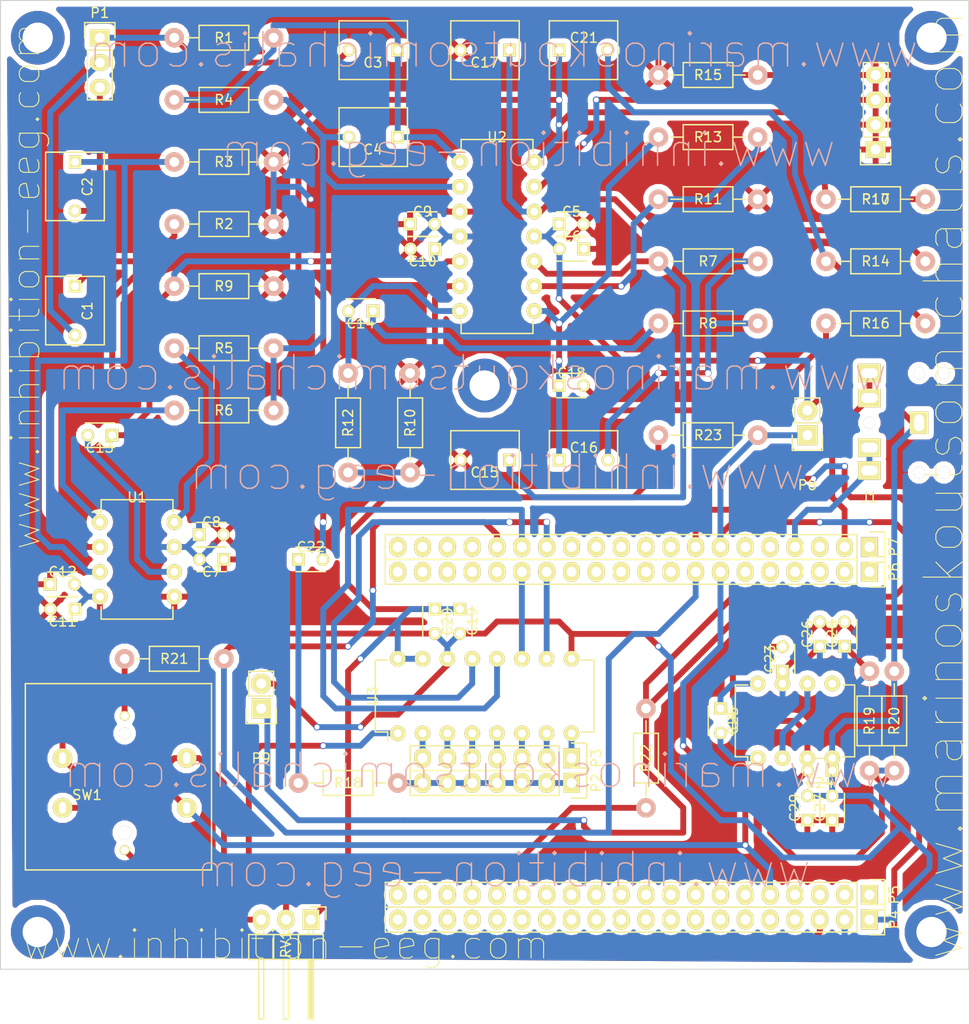
<source format=kicad_pcb>
(kicad_pcb (version 4) (host pcbnew 4.0.2-stable)
  (layers (0 F.Cu signal) (31 B.Cu signal) (34 B.Paste user) (35 F.Paste user) (36 B.SilkS user) (37 F.SilkS user) (38 B.Mask user) (39 F.Mask user) (44 Edge.Cuts user))
  (net 0 "")
  (net 1 "Net-(C1-Pad1)")
  (net 2 "Net-(C1-Pad2)")
  (net 3 "Net-(C2-Pad1)")
  (net 4 "Net-(C2-Pad2)")
  (net 5 "Net-(C3-Pad1)")
  (net 6 "Net-(C3-Pad2)")
  (net 7 "Net-(C4-Pad2)")
  (net 8 VEE)
  (net 9 GND)
  (net 10 VCC)
  (net 11 "Net-(C13-Pad1)")
  (net 12 "Net-(C13-Pad2)")
  (net 13 "Net-(C14-Pad1)")
  (net 14 "Net-(C14-Pad2)")
  (net 15 "Net-(C15-Pad1)")
  (net 16 "Net-(C16-Pad1)")
  (net 17 "Net-(C16-Pad2)")
  (net 18 "Net-(C17-Pad1)")
  (net 19 "Net-(C18-Pad2)")
  (net 20 "Net-(C19-Pad1)")
  (net 21 "Net-(C21-Pad1)")
  (net 22 "Net-(C21-Pad2)")
  (net 23 "Net-(C22-Pad1)")
  (net 24 "Net-(C23-Pad2)")
  (net 25 "Net-(C25-Pad1)")
  (net 26 "Net-(C25-Pad2)")
  (net 27 "Net-(J1-Pad1)")
  (net 28 "Net-(J1-Pad3)")
  (net 29 "Net-(P3-Pad1)")
  (net 30 "Net-(P3-Pad2)")
  (net 31 "Net-(P3-Pad3)")
  (net 32 "Net-(P3-Pad4)")
  (net 33 "Net-(P3-Pad5)")
  (net 34 "Net-(P3-Pad6)")
  (net 35 "Net-(P3-Pad7)")
  (net 36 "Net-(P4-Pad4)")
  (net 37 "Net-(P4-Pad5)")
  (net 38 "Net-(P4-Pad6)")
  (net 39 "Net-(P4-Pad7)")
  (net 40 "Net-(P4-Pad8)")
  (net 41 "Net-(P4-Pad9)")
  (net 42 "Net-(P4-Pad10)")
  (net 43 "Net-(P4-Pad11)")
  (net 44 "Net-(P4-Pad12)")
  (net 45 "Net-(P4-Pad13)")
  (net 46 "Net-(P4-Pad14)")
  (net 47 "Net-(P4-Pad15)")
  (net 48 "Net-(P4-Pad16)")
  (net 49 "Net-(P4-Pad17)")
  (net 50 "Net-(P4-Pad18)")
  (net 51 "Net-(P4-Pad19)")
  (net 52 "Net-(P4-Pad20)")
  (net 53 "Net-(P5-Pad1)")
  (net 54 "Net-(P5-Pad2)")
  (net 55 "Net-(P5-Pad3)")
  (net 56 "Net-(P5-Pad4)")
  (net 57 "Net-(P5-Pad5)")
  (net 58 "Net-(P5-Pad6)")
  (net 59 "Net-(P5-Pad7)")
  (net 60 "Net-(P5-Pad8)")
  (net 61 "Net-(P5-Pad9)")
  (net 62 "Net-(P5-Pad10)")
  (net 63 "Net-(P5-Pad11)")
  (net 64 "Net-(P5-Pad12)")
  (net 65 "Net-(P5-Pad13)")
  (net 66 "Net-(P5-Pad14)")
  (net 67 "Net-(P5-Pad15)")
  (net 68 "Net-(P5-Pad16)")
  (net 69 "Net-(P5-Pad17)")
  (net 70 "Net-(P5-Pad18)")
  (net 71 "Net-(P5-Pad19)")
  (net 72 "Net-(P5-Pad20)")
  (net 73 "Net-(P6-Pad1)")
  (net 74 "Net-(P6-Pad2)")
  (net 75 "Net-(P6-Pad3)")
  (net 76 "Net-(P6-Pad4)")
  (net 77 "Net-(P6-Pad5)")
  (net 78 "Net-(P6-Pad6)")
  (net 79 "Net-(P6-Pad8)")
  (net 80 "Net-(P6-Pad9)")
  (net 81 "Net-(P6-Pad10)")
  (net 82 "Net-(P6-Pad11)")
  (net 83 "Net-(P6-Pad12)")
  (net 84 "Net-(P6-Pad13)")
  (net 85 "Net-(P6-Pad14)")
  (net 86 "Net-(P6-Pad15)")
  (net 87 "Net-(P6-Pad16)")
  (net 88 "Net-(P6-Pad17)")
  (net 89 "Net-(P6-Pad18)")
  (net 90 "Net-(P6-Pad19)")
  (net 91 "Net-(P6-Pad20)")
  (net 92 "Net-(P7-Pad1)")
  (net 93 "Net-(P7-Pad3)")
  (net 94 "Net-(P7-Pad5)")
  (net 95 "Net-(P7-Pad6)")
  (net 96 "Net-(P7-Pad7)")
  (net 97 "Net-(P7-Pad8)")
  (net 98 "Net-(P7-Pad9)")
  (net 99 "Net-(P7-Pad10)")
  (net 100 "Net-(P7-Pad11)")
  (net 101 "Net-(P7-Pad12)")
  (net 102 "Net-(P7-Pad13)")
  (net 103 "Net-(P7-Pad14)")
  (net 104 "Net-(P7-Pad15)")
  (net 105 "Net-(P7-Pad16)")
  (net 106 "Net-(P7-Pad17)")
  (net 107 "Net-(P7-Pad18)")
  (net 108 "Net-(P7-Pad19)")
  (net 109 "Net-(P7-Pad20)")
  (net 110 "Net-(R5-Pad1)")
  (net 111 "Net-(R6-Pad2)")
  (net 112 "Net-(R10-Pad1)")
  (net 113 "Net-(R11-Pad1)")
  (net 114 "Net-(R15-Pad1)")
  (net 115 "Net-(R21-Pad1)")
  (net 116 "Net-(RV1-Pad2)")
  (net 117 "Net-(U4-Pad5)")
  (net 118 "Net-(P6-Pad7)")
  (net 119 "Net-(P2-Pad1)")
  (module kouts (layer F.Cu) (at 115.57 87.63)
    (fp_text reference "" (at 0 0.5) (layer F.SilkS))
    (fp_text value "")
    (fp_text user www.inhibition-eeg.com (at 0 10.16) (layer B.SilkS) (effects (font (size 3.5 3.5)) (justify mirror)))
    (fp_text user www.marinoskoutsomichalis.com (at -2.54 0) (layer B.SilkS) (effects (font (size 3.5 3.5)) (justify mirror)))
  )
  (module kouts (layer F.Cu) (at 118.745 54.61)
    (fp_text reference "" (at 0 0.5) (layer F.SilkS))
    (fp_text value "")
    (fp_text user www.inhibition-eeg.com (at 0 10.16) (layer B.SilkS) (effects (font (size 3.5 3.5)) (justify mirror)))
    (fp_text user www.marinoskoutsomichalis.com (at -2.54 0) (layer B.SilkS) (effects (font (size 3.5 3.5)) (justify mirror)))
  )
  (module kouts (layer F.Cu) (at 116.205 128.27)
    (fp_text reference "" (at 0 0.5) (layer F.SilkS))
    (fp_text value "")
    (fp_text user www.inhibition-eeg.com (at 0 10.16) (layer B.SilkS) (effects (font (size 3.5 3.5)) (justify mirror)))
    (fp_text user www.marinoskoutsomichalis.com (at -2.54 0) (layer B.SilkS) (effects (font (size 3.5 3.5)) (justify mirror)))
  )
  (module BARCODE (layer F.Cu) (at 101.6 144.78 180)
    (fp_text reference "" (at -2.54 -2.54 180) (layer F.SilkS))
    (fp_text value "")
    (fp_text user www.inhibition-eeg.com (at 7.62 -1.27 180) (layer F.SilkS) (effects (font (size 3 3) (thickness 0.1))))
  )
  (module BARCODE (layer F.Cu) (at 160.02 97.79 90)
    (fp_text reference "" (at -2.54 -2.54 90) (layer F.SilkS))
    (fp_text value "")
    (fp_text user www.marinoskoutsomichalis.com (at -1.27 1.27 90) (layer F.SilkS) (effects (font (size 4 4) (thickness 0.1))))
  )
  (module BARCODE (layer F.Cu) (at 68.58 76.2 90)
    (fp_text reference "" (at -2.54 -2.54 90) (layer F.SilkS))
    (fp_text value "")
    (fp_text user www.inhibition-eeg.com (at -2.54 -1.27 90) (layer F.SilkS) (effects (font (size 3 3) (thickness 0.1))))
  )
  (module Connect:Switch_LED (layer F.Cu) (at 71.12 127)
    (fp_text reference SW1 (at 2.5 3.77) (layer F.SilkS))
    (fp_text value Switch_DPST)
    (pad 0 thru_hole circle (at 6.35 -2.54) (size 1.2 1.2) (drill 1.2) (layers *.Cu *.Mask F.SilkS))
    (pad 3 thru_hole circle (at 12.7 5.08 270) (size 2 2) (drill oval 1.2 0.7) (layers *.Cu *.Mask F.SilkS) (net 57 "Net-(P5-Pad5)"))
    (pad 1 thru_hole circle (at 0 5.08 270) (size 2 2) (drill oval 1.2 0.7) (layers *.Cu *.Mask F.SilkS) (net 57 "Net-(P5-Pad5)"))
    (pad 4 thru_hole circle (at 12.7 0 270) (size 2 2) (drill oval 1.2 0.7) (layers *.Cu *.Mask F.SilkS) (net 8 VEE))
    (pad 2 thru_hole circle (at 0 0 270) (size 2 2) (drill oval 1.2 0.7) (layers *.Cu *.Mask F.SilkS) (net 8 VEE))
    (pad 5 thru_hole circle (at 6.35 -4.318) (size 1 1) (drill 0.7) (layers *.Cu *.Mask F.SilkS) (net 115 "Net-(R21-Pad1)"))
    (pad 6 thru_hole circle (at 6.35 9.398) (size 1 1) (drill 0.7) (layers *.Cu *.Mask F.SilkS) (net 8 VEE))
    (pad 0 thru_hole circle (at 6.35 7.62) (size 1.4 1.4) (drill 1.4) (layers *.Cu *.Mask F.SilkS))
  )
  (module Connect:BARREL_JACK (layer F.Cu) (at 153.67 97.79 90)
    (fp_text reference J1 (at -2.54 0 180) (layer F.SilkS))
    (fp_text value JACK_2P)
    (pad 0 thru_hole circle (at 0 5.08 180) (size 1.2 1.2) (drill oval 1.2) (layers *.Cu *.Mask F.SilkS))
    (pad 0 thru_hole circle (at 0 7.62 180) (size 1.2 1.2) (drill oval 1.2) (layers *.Cu *.Mask F.SilkS))
    (pad 0 thru_hole circle (at 10.16 7.62 180) (size 1.2 1.2) (drill oval 1.2) (layers *.Cu *.Mask F.SilkS))
    (pad 0 thru_hole circle (at 5.08 0 180) (size 1.2 1.2) (drill oval 1.2) (layers *.Cu *.Mask F.SilkS))
    (pad 0 thru_hole circle (at 10.16 5.08 180) (size 1.2 1.2) (drill oval 1.2) (layers *.Cu *.Mask F.SilkS))
    (pad 2 thru_hole rect (at 5.08 5.08 180) (size 1.9 2.3) (drill oval 1 1.7) (layers *.Cu *.Mask F.SilkS) (net 8 VEE))
    (pad 3 thru_hole rect (at 7.62 0 90) (size 1.9 2.3) (drill oval 1 1.7) (layers *.Cu *.Mask F.SilkS) (net 28 "Net-(J1-Pad3)"))
    (pad 3 thru_hole rect (at 10.16 0 90) (size 1.9 2.3) (drill oval 1 1.7) (layers *.Cu *.Mask F.SilkS) (net 28 "Net-(J1-Pad3)"))
    (pad 1 thru_hole rect (at 2.54 0 90) (size 1.9 2.3) (drill oval 1 1.7) (layers *.Cu *.Mask F.SilkS) (net 27 "Net-(J1-Pad1)"))
    (pad 1 thru_hole rect (at 0.20066 0 90) (size 1.9 2.3) (drill oval 1 1.7) (layers *.Cu *.Mask F.SilkS) (net 27 "Net-(J1-Pad1)"))
  )
  (module Resistors_ThroughHole:Resistor_Horizontal_RM10mm (layer F.Cu) (at 77.47 116.84)
    (fp_text reference R21 (at 5.08 0) (layer F.SilkS))
    (fp_text value 10)
    (pad 1 thru_hole circle (at 0 0) (size 1.99898 1.99898) (drill 1.00076) (layers *.Cu *.SilkS *.Mask) (net 115 "Net-(R21-Pad1)"))
    (pad 2 thru_hole circle (at 10.16 0) (size 1.99898 1.99898) (drill 1.00076) (layers *.Cu *.SilkS *.Mask) (net 105 "Net-(P7-Pad16)"))
  )
  (module Resistors_ThroughHole:Resistor_Horizontal_RM10mm (layer F.Cu) (at 142.24 93.98 180)
    (fp_text reference R23 (at 5.08 0 180) (layer F.SilkS))
    (fp_text value 1K)
    (pad 1 thru_hole circle (at 0 0 180) (size 1.99898 1.99898) (drill 1.00076) (layers *.Cu *.SilkS *.Mask) (net 96 "Net-(P7-Pad7)"))
    (pad 2 thru_hole circle (at 10.16 0 180) (size 1.99898 1.99898) (drill 1.00076) (layers *.Cu *.SilkS *.Mask) (net 20 "Net-(C19-Pad1)"))
  )
  (module Capacitors_ThroughHole:C_Disc_D3_P2.5 (layer F.Cu) (at 149.86 133.35 90)
    (fp_text reference C27 (at 1.27 -1.27 90) (layer F.SilkS))
    (fp_text value 1μ)
    (pad 1 thru_hole rect (at 0 0 90) (size 1.3 1.3) (drill 0.8) (layers *.Cu *.Mask F.SilkS) (net 9 GND))
    (pad 2 thru_hole circle (at 2.5 0 90) (size 1.3 1.3) (drill 0.8001) (layers *.Cu *.Mask F.SilkS) (net 8 VEE))
  )
  (module Capacitors_ThroughHole:C_Disc_D3_P2.5 (layer F.Cu) (at 151.13 115.57 90)
    (fp_text reference C28 (at 1.27 -1.27 90) (layer F.SilkS))
    (fp_text value 10μ)
    (pad 1 thru_hole rect (at 0 0 90) (size 1.3 1.3) (drill 0.8) (layers *.Cu *.Mask F.SilkS) (net 10 VCC))
    (pad 2 thru_hole circle (at 2.5 0 90) (size 1.3 1.3) (drill 0.8001) (layers *.Cu *.Mask F.SilkS) (net 9 GND))
  )
  (module Capacitors_ThroughHole:C_Disc_D3_P2.5 (layer F.Cu) (at 148.59 115.57 90)
    (fp_text reference C26 (at 1.27 -1.27 90) (layer F.SilkS))
    (fp_text value 1μ)
    (pad 1 thru_hole rect (at 0 0 90) (size 1.3 1.3) (drill 0.8) (layers *.Cu *.Mask F.SilkS) (net 10 VCC))
    (pad 2 thru_hole circle (at 2.5 0 90) (size 1.3 1.3) (drill 0.8001) (layers *.Cu *.Mask F.SilkS) (net 9 GND))
  )
  (module Capacitors_ThroughHole:C_Disc_D3_P2.5 (layer F.Cu) (at 147.32 133.35 90)
    (fp_text reference C29 (at 1.27 -1.27 90) (layer F.SilkS))
    (fp_text value 10μ)
    (pad 1 thru_hole rect (at 0 0 90) (size 1.3 1.3) (drill 0.8) (layers *.Cu *.Mask F.SilkS) (net 9 GND))
    (pad 2 thru_hole circle (at 2.5 0 90) (size 1.3 1.3) (drill 0.8001) (layers *.Cu *.Mask F.SilkS) (net 8 VEE))
  )
  (module Capacitors_ThroughHole:C_Disc_D3_P2.5 (layer F.Cu) (at 138.43 121.92 270)
    (fp_text reference C25 (at 1.27 -1.27 270) (layer F.SilkS))
    (fp_text value 1n)
    (pad 1 thru_hole rect (at 0 0 270) (size 1.3 1.3) (drill 0.8) (layers *.Cu *.Mask F.SilkS) (net 25 "Net-(C25-Pad1)"))
    (pad 2 thru_hole circle (at 2.5 0 270) (size 1.3 1.3) (drill 0.8001) (layers *.Cu *.Mask F.SilkS) (net 26 "Net-(C25-Pad2)"))
  )
  (module Capacitors_ThroughHole:C_Disc_D3_P2.5 (layer F.Cu) (at 144.78 118.11 90)
    (fp_text reference C23 (at 1.27 -1.27 90) (layer F.SilkS))
    (fp_text value .01μ)
    (pad 1 thru_hole rect (at 0 0 90) (size 1.3 1.3) (drill 0.8) (layers *.Cu *.Mask F.SilkS) (net 10 VCC))
    (pad 2 thru_hole circle (at 2.5 0 90) (size 1.3 1.3) (drill 0.8001) (layers *.Cu *.Mask F.SilkS) (net 24 "Net-(C23-Pad2)"))
  )
  (module Capacitors_ThroughHole:C_Disc_D3_P2.5 (layer F.Cu) (at 149.86 128.27 180)
    (fp_text reference C24 (at 1.27 -1.27 180) (layer F.SilkS))
    (fp_text value .01μ)
    (pad 1 thru_hole rect (at 0 0 180) (size 1.3 1.3) (drill 0.8) (layers *.Cu *.Mask F.SilkS) (net 8 VEE))
    (pad 2 thru_hole circle (at 2.5 0 180) (size 1.3 1.3) (drill 0.8001) (layers *.Cu *.Mask F.SilkS) (net 24 "Net-(C23-Pad2)"))
  )
  (module Resistors_ThroughHole:Resistor_Horizontal_RM10mm (layer F.Cu) (at 153.67 118.11 270)
    (fp_text reference R19 (at 5.08 0 270) (layer F.SilkS))
    (fp_text value 15K)
    (pad 1 thru_hole circle (at 0 0 270) (size 1.99898 1.99898) (drill 1.00076) (layers *.Cu *.SilkS *.Mask) (net 10 VCC))
    (pad 2 thru_hole circle (at 10.16 0 270) (size 1.99898 1.99898) (drill 1.00076) (layers *.Cu *.SilkS *.Mask) (net 24 "Net-(C23-Pad2)"))
  )
  (module Resistors_ThroughHole:Resistor_Horizontal_RM10mm (layer F.Cu) (at 156.21 128.27 90)
    (fp_text reference R20 (at 5.08 0 90) (layer F.SilkS))
    (fp_text value 10K)
    (pad 1 thru_hole circle (at 0 0 90) (size 1.99898 1.99898) (drill 1.00076) (layers *.Cu *.SilkS *.Mask) (net 24 "Net-(C23-Pad2)"))
    (pad 2 thru_hole circle (at 10.16 0 90) (size 1.99898 1.99898) (drill 1.00076) (layers *.Cu *.SilkS *.Mask) (net 8 VEE))
  )
  (module Capacitors_ThroughHole:C_Disc_D3_P2.5 (layer F.Cu) (at 109.22 111.76 270)
    (fp_text reference C20 (at 1.27 -1.27 270) (layer F.SilkS))
    (fp_text value 0.33μ)
    (pad 1 thru_hole rect (at 0 0 270) (size 1.3 1.3) (drill 0.8) (layers *.Cu *.Mask F.SilkS) (net 20 "Net-(C19-Pad1)"))
    (pad 2 thru_hole circle (at 2.5 0 270) (size 1.3 1.3) (drill 0.8001) (layers *.Cu *.Mask F.SilkS) (net 8 VEE))
  )
  (module Capacitors_ThroughHole:C_Disc_D3_P2.5 (layer F.Cu) (at 111.76 111.76 270)
    (fp_text reference C19 (at 1.27 -1.27 270) (layer F.SilkS))
    (fp_text value 0.01μ)
    (pad 1 thru_hole rect (at 0 0 270) (size 1.3 1.3) (drill 0.8) (layers *.Cu *.Mask F.SilkS) (net 20 "Net-(C19-Pad1)"))
    (pad 2 thru_hole circle (at 2.5 0 270) (size 1.3 1.3) (drill 0.8001) (layers *.Cu *.Mask F.SilkS) (net 8 VEE))
  )
  (module Resistors_ThroughHole:Resistor_Horizontal_RM10mm (layer F.Cu) (at 95.25 129.54)
    (fp_text reference R18 (at 5.08 0) (layer F.SilkS))
    (fp_text value 220)
    (pad 1 thru_hole circle (at 0 0) (size 1.99898 1.99898) (drill 1.00076) (layers *.Cu *.SilkS *.Mask) (net 23 "Net-(C22-Pad1)"))
    (pad 2 thru_hole circle (at 10.16 0) (size 1.99898 1.99898) (drill 1.00076) (layers *.Cu *.SilkS *.Mask) (net 119 "Net-(P2-Pad1)"))
  )
  (module Capacitors_ThroughHole:C_Disc_D3_P2.5 (layer F.Cu) (at 95.25 106.68)
    (fp_text reference C22 (at 1.27 -1.27) (layer F.SilkS))
    (fp_text value 10μ)
    (pad 1 thru_hole rect (at 0 0) (size 1.3 1.3) (drill 0.8) (layers *.Cu *.Mask F.SilkS) (net 23 "Net-(C22-Pad1)"))
    (pad 2 thru_hole circle (at 2.5 0) (size 1.3 1.3) (drill 0.8001) (layers *.Cu *.Mask F.SilkS) (net 21 "Net-(C21-Pad1)"))
  )
  (module Resistors_ThroughHole:Resistor_Horizontal_RM10mm (layer F.Cu) (at 149.225 69.85)
    (fp_text reference R17 (at 5.08 0) (layer F.SilkS))
    (fp_text value .6)
    (pad 1 thru_hole circle (at 0 0) (size 1.99898 1.99898) (drill 1.00076) (layers *.Cu *.SilkS *.Mask) (net 21 "Net-(C21-Pad1)"))
    (pad 2 thru_hole circle (at 10.16 0) (size 1.99898 1.99898) (drill 1.00076) (layers *.Cu *.SilkS *.Mask) (net 114 "Net-(R15-Pad1)"))
  )
  (module Resistors_ThroughHole:Resistor_Horizontal_RM10mm (layer F.Cu) (at 142.24 57.15 180)
    (fp_text reference R15 (at 5.08 0 180) (layer F.SilkS))
    (fp_text value 10K)
    (pad 1 thru_hole circle (at 0 0 180) (size 1.99898 1.99898) (drill 1.00076) (layers *.Cu *.SilkS *.Mask) (net 114 "Net-(R15-Pad1)"))
    (pad 2 thru_hole circle (at 10.16 0 180) (size 1.99898 1.99898) (drill 1.00076) (layers *.Cu *.SilkS *.Mask) (net 9 GND))
  )
  (module Capacitors_ThroughHole:C_Rect_L7_W6_P5 (layer F.Cu) (at 121.92 54.61)
    (fp_text reference C21 (at 2.54 -1.27) (layer F.SilkS))
    (fp_text value 0.82μ)
    (pad 1 thru_hole rect (at 0 0) (size 1.3 1.3) (drill 0.8) (layers *.Cu *.Mask F.SilkS) (net 21 "Net-(C21-Pad1)"))
    (pad 2 thru_hole circle (at 5 0) (size 1.3 1.3) (drill 0.8) (layers *.Cu *.Mask F.SilkS) (net 22 "Net-(C21-Pad2)"))
  )
  (module Capacitors_ThroughHole:C_Rect_L7_W6_P5 (layer F.Cu) (at 116.84 54.61 180)
    (fp_text reference C17 (at 2.54 -1.27 180) (layer F.SilkS))
    (fp_text value 0.47μ)
    (pad 1 thru_hole rect (at 0 0 180) (size 1.3 1.3) (drill 0.8) (layers *.Cu *.Mask F.SilkS) (net 18 "Net-(C17-Pad1)"))
    (pad 2 thru_hole circle (at 5 0 180) (size 1.3 1.3) (drill 0.8) (layers *.Cu *.Mask F.SilkS) (net 9 GND))
  )
  (module Resistors_ThroughHole:Resistor_Horizontal_RM10mm (layer F.Cu) (at 149.225 76.2)
    (fp_text reference R14 (at 5.08 0) (layer F.SilkS))
    (fp_text value 10K)
    (pad 1 thru_hole circle (at 0 0) (size 1.99898 1.99898) (drill 1.00076) (layers *.Cu *.SilkS *.Mask) (net 22 "Net-(C21-Pad2)"))
    (pad 2 thru_hole circle (at 10.16 0) (size 1.99898 1.99898) (drill 1.00076) (layers *.Cu *.SilkS *.Mask) (net 18 "Net-(C17-Pad1)"))
  )
  (module Resistors_ThroughHole:Resistor_Horizontal_RM10mm (layer F.Cu) (at 159.385 82.55 180)
    (fp_text reference R16 (at 5.08 0 180) (layer F.SilkS))
    (fp_text value 10K)
    (pad 1 thru_hole circle (at 0 0 180) (size 1.99898 1.99898) (drill 1.00076) (layers *.Cu *.SilkS *.Mask) (net 22 "Net-(C21-Pad2)"))
    (pad 2 thru_hole circle (at 10.16 0 180) (size 1.99898 1.99898) (drill 1.00076) (layers *.Cu *.SilkS *.Mask) (net 19 "Net-(C18-Pad2)"))
  )
  (module Capacitors_ThroughHole:C_Disc_D3_P2.5 (layer F.Cu) (at 121.92 88.9)
    (fp_text reference C18 (at 1.27 -1.27) (layer F.SilkS))
    (fp_text value 10μ)
    (pad 1 thru_hole rect (at 0 0) (size 1.3 1.3) (drill 0.8) (layers *.Cu *.Mask F.SilkS) (net 16 "Net-(C16-Pad1)"))
    (pad 2 thru_hole circle (at 2.5 0) (size 1.3 1.3) (drill 0.8001) (layers *.Cu *.Mask F.SilkS) (net 19 "Net-(C18-Pad2)"))
  )
  (module Resistors_ThroughHole:Resistor_Horizontal_RM10mm (layer F.Cu) (at 132.08 63.5)
    (fp_text reference R13 (at 5.08 0) (layer F.SilkS))
    (fp_text value 1.8)
    (pad 1 thru_hole circle (at 0 0) (size 1.99898 1.99898) (drill 1.00076) (layers *.Cu *.SilkS *.Mask) (net 16 "Net-(C16-Pad1)"))
    (pad 2 thru_hole circle (at 10.16 0) (size 1.99898 1.99898) (drill 1.00076) (layers *.Cu *.SilkS *.Mask) (net 113 "Net-(R11-Pad1)"))
  )
  (module Capacitors_ThroughHole:C_Rect_L7_W6_P5 (layer F.Cu) (at 116.84 96.52 180)
    (fp_text reference C15 (at 2.54 -1.27 180) (layer F.SilkS))
    (fp_text value 0.47μ)
    (pad 1 thru_hole rect (at 0 0 180) (size 1.3 1.3) (drill 0.8) (layers *.Cu *.Mask F.SilkS) (net 15 "Net-(C15-Pad1)"))
    (pad 2 thru_hole circle (at 5 0 180) (size 1.3 1.3) (drill 0.8) (layers *.Cu *.Mask F.SilkS) (net 9 GND))
  )
  (module Capacitors_ThroughHole:C_Rect_L7_W6_P5 (layer F.Cu) (at 121.92 96.52)
    (fp_text reference C16 (at 2.54 -1.27) (layer F.SilkS))
    (fp_text value 0.82μ)
    (pad 1 thru_hole rect (at 0 0) (size 1.3 1.3) (drill 0.8) (layers *.Cu *.Mask F.SilkS) (net 16 "Net-(C16-Pad1)"))
    (pad 2 thru_hole circle (at 5 0) (size 1.3 1.3) (drill 0.8) (layers *.Cu *.Mask F.SilkS) (net 17 "Net-(C16-Pad2)"))
  )
  (module Resistors_ThroughHole:Resistor_Horizontal_RM10mm (layer F.Cu) (at 132.08 76.2)
    (fp_text reference R7 (at 5.08 0) (layer F.SilkS))
    (fp_text value 10K)
    (pad 1 thru_hole circle (at 0 0) (size 1.99898 1.99898) (drill 1.00076) (layers *.Cu *.SilkS *.Mask) (net 15 "Net-(C15-Pad1)"))
    (pad 2 thru_hole circle (at 10.16 0) (size 1.99898 1.99898) (drill 1.00076) (layers *.Cu *.SilkS *.Mask) (net 17 "Net-(C16-Pad2)"))
  )
  (module Resistors_ThroughHole:Resistor_Horizontal_RM10mm (layer F.Cu) (at 142.24 82.55 180)
    (fp_text reference R8 (at 5.08 0 180) (layer F.SilkS))
    (fp_text value 10K)
    (pad 1 thru_hole circle (at 0 0 180) (size 1.99898 1.99898) (drill 1.00076) (layers *.Cu *.SilkS *.Mask) (net 17 "Net-(C16-Pad2)"))
    (pad 2 thru_hole circle (at 10.16 0 180) (size 1.99898 1.99898) (drill 1.00076) (layers *.Cu *.SilkS *.Mask) (net 13 "Net-(C14-Pad1)"))
  )
  (module Capacitors_ThroughHole:C_Disc_D3_P2.5 (layer F.Cu) (at 102.87 81.28 180)
    (fp_text reference C14 (at 1.27 -1.27 180) (layer F.SilkS))
    (fp_text value 10μ)
    (pad 1 thru_hole rect (at 0 0 180) (size 1.3 1.3) (drill 0.8) (layers *.Cu *.Mask F.SilkS) (net 13 "Net-(C14-Pad1)"))
    (pad 2 thru_hole circle (at 2.5 0 180) (size 1.3 1.3) (drill 0.8001) (layers *.Cu *.Mask F.SilkS) (net 14 "Net-(C14-Pad2)"))
  )
  (module Resistors_ThroughHole:Resistor_Horizontal_RM10mm (layer F.Cu) (at 100.33 87.63 270)
    (fp_text reference R12 (at 5.08 0 270) (layer F.SilkS))
    (fp_text value 890K)
    (pad 1 thru_hole circle (at 0 0 270) (size 1.99898 1.99898) (drill 1.00076) (layers *.Cu *.SilkS *.Mask) (net 14 "Net-(C14-Pad2)"))
    (pad 2 thru_hole circle (at 10.16 0 270) (size 1.99898 1.99898) (drill 1.00076) (layers *.Cu *.SilkS *.Mask) (net 112 "Net-(R10-Pad1)"))
  )
  (module Resistors_ThroughHole:Resistor_Horizontal_RM10mm (layer F.Cu) (at 132.08 69.85)
    (fp_text reference R11 (at 5.08 0) (layer F.SilkS))
    (fp_text value 10K)
    (pad 1 thru_hole circle (at 0 0) (size 1.99898 1.99898) (drill 1.00076) (layers *.Cu *.SilkS *.Mask) (net 113 "Net-(R11-Pad1)"))
    (pad 2 thru_hole circle (at 10.16 0) (size 1.99898 1.99898) (drill 1.00076) (layers *.Cu *.SilkS *.Mask) (net 9 GND))
  )
  (module Resistors_ThroughHole:Resistor_Horizontal_RM10mm (layer F.Cu) (at 106.68 97.79 90)
    (fp_text reference R10 (at 5.08 0 90) (layer F.SilkS))
    (fp_text value 10K)
    (pad 1 thru_hole circle (at 0 0 90) (size 1.99898 1.99898) (drill 1.00076) (layers *.Cu *.SilkS *.Mask) (net 112 "Net-(R10-Pad1)"))
    (pad 2 thru_hole circle (at 10.16 0 90) (size 1.99898 1.99898) (drill 1.00076) (layers *.Cu *.SilkS *.Mask) (net 9 GND))
  )
  (module Resistors_ThroughHole:Resistor_Horizontal_RM10mm (layer F.Cu) (at 82.55 78.74)
    (fp_text reference R9 (at 5.08 0) (layer F.SilkS))
    (fp_text value 10K)
    (pad 1 thru_hole circle (at 0 0) (size 1.99898 1.99898) (drill 1.00076) (layers *.Cu *.SilkS *.Mask) (net 11 "Net-(C13-Pad1)"))
    (pad 2 thru_hole circle (at 10.16 0) (size 1.99898 1.99898) (drill 1.00076) (layers *.Cu *.SilkS *.Mask) (net 9 GND))
  )
  (module Capacitors_ThroughHole:C_Disc_D3_P2.5 (layer F.Cu) (at 76.2 93.98 180)
    (fp_text reference C13 (at 1.27 -1.27 180) (layer F.SilkS))
    (fp_text value 10μ)
    (pad 1 thru_hole rect (at 0 0 180) (size 1.3 1.3) (drill 0.8) (layers *.Cu *.Mask F.SilkS) (net 11 "Net-(C13-Pad1)"))
    (pad 2 thru_hole circle (at 2.5 0 180) (size 1.3 1.3) (drill 0.8001) (layers *.Cu *.Mask F.SilkS) (net 12 "Net-(C13-Pad2)"))
  )
  (module Capacitors_ThroughHole:C_Disc_D3_P2.5 (layer F.Cu) (at 109.22 74.93 180)
    (fp_text reference C10 (at 1.27 -1.27 180) (layer F.SilkS))
    (fp_text value 0.33μ)
    (pad 1 thru_hole rect (at 0 0 180) (size 1.3 1.3) (drill 0.8) (layers *.Cu *.Mask F.SilkS) (net 10 VCC))
    (pad 2 thru_hole circle (at 2.5 0 180) (size 1.3 1.3) (drill 0.8001) (layers *.Cu *.Mask F.SilkS) (net 9 GND))
  )
  (module Capacitors_ThroughHole:C_Disc_D3_P2.5 (layer F.Cu) (at 106.68 72.39)
    (fp_text reference C9 (at 1.27 -1.27) (layer F.SilkS))
    (fp_text value 0.01μ)
    (pad 1 thru_hole rect (at 0 0) (size 1.3 1.3) (drill 0.8) (layers *.Cu *.Mask F.SilkS) (net 9 GND))
    (pad 2 thru_hole circle (at 2.5 0) (size 1.3 1.3) (drill 0.8001) (layers *.Cu *.Mask F.SilkS) (net 10 VCC))
  )
  (module Capacitors_ThroughHole:C_Disc_D3_P2.5 (layer F.Cu) (at 124.46 74.93 180)
    (fp_text reference C6 (at 1.27 1.27 180) (layer F.SilkS))
    (fp_text value 0.33μ)
    (pad 1 thru_hole rect (at 0 0 180) (size 1.3 1.3) (drill 0.8) (layers *.Cu *.Mask F.SilkS) (net 9 GND))
    (pad 2 thru_hole circle (at 2.5 0 180) (size 1.3 1.3) (drill 0.8001) (layers *.Cu *.Mask F.SilkS) (net 8 VEE))
  )
  (module Capacitors_ThroughHole:C_Disc_D3_P2.5 (layer F.Cu) (at 121.92 72.39)
    (fp_text reference C5 (at 1.27 -1.27) (layer F.SilkS))
    (fp_text value 0.01μ)
    (pad 1 thru_hole rect (at 0 0) (size 1.3 1.3) (drill 0.8) (layers *.Cu *.Mask F.SilkS) (net 8 VEE))
    (pad 2 thru_hole circle (at 2.5 0) (size 1.3 1.3) (drill 0.8001) (layers *.Cu *.Mask F.SilkS) (net 9 GND))
  )
  (module Resistors_ThroughHole:Resistor_Horizontal_RM10mm (layer F.Cu) (at 82.55 85.09)
    (fp_text reference R5 (at 5.08 0) (layer F.SilkS))
    (fp_text value 220)
    (pad 1 thru_hole circle (at 0 0) (size 1.99898 1.99898) (drill 1.00076) (layers *.Cu *.SilkS *.Mask) (net 110 "Net-(R5-Pad1)"))
    (pad 2 thru_hole circle (at 10.16 0) (size 1.99898 1.99898) (drill 1.00076) (layers *.Cu *.SilkS *.Mask) (net 7 "Net-(C4-Pad2)"))
  )
  (module Resistors_ThroughHole:Resistor_Horizontal_RM10mm (layer F.Cu) (at 92.71 91.44 180)
    (fp_text reference R6 (at 5.08 0 180) (layer F.SilkS))
    (fp_text value 220)
    (pad 1 thru_hole circle (at 0 0 180) (size 1.99898 1.99898) (drill 1.00076) (layers *.Cu *.SilkS *.Mask) (net 7 "Net-(C4-Pad2)"))
    (pad 2 thru_hole circle (at 10.16 0 180) (size 1.99898 1.99898) (drill 1.00076) (layers *.Cu *.SilkS *.Mask) (net 111 "Net-(R6-Pad2)"))
  )
  (module Capacitors_ThroughHole:C_Disc_D3_P2.5 (layer F.Cu) (at 85.09 104.14)
    (fp_text reference C8 (at 1.27 -1.27) (layer F.SilkS))
    (fp_text value 0.33μ)
    (pad 1 thru_hole rect (at 0 0) (size 1.3 1.3) (drill 0.8) (layers *.Cu *.Mask F.SilkS) (net 10 VCC))
    (pad 2 thru_hole circle (at 2.5 0) (size 1.3 1.3) (drill 0.8001) (layers *.Cu *.Mask F.SilkS) (net 9 GND))
  )
  (module Capacitors_ThroughHole:C_Disc_D3_P2.5 (layer F.Cu) (at 87.63 106.68 180)
    (fp_text reference C7 (at 1.27 -1.27 180) (layer F.SilkS))
    (fp_text value 0.01μ)
    (pad 1 thru_hole rect (at 0 0 180) (size 1.3 1.3) (drill 0.8) (layers *.Cu *.Mask F.SilkS) (net 9 GND))
    (pad 2 thru_hole circle (at 2.5 0 180) (size 1.3 1.3) (drill 0.8001) (layers *.Cu *.Mask F.SilkS) (net 10 VCC))
  )
  (module Capacitors_ThroughHole:C_Disc_D3_P2.5 (layer F.Cu) (at 72.39 111.76 180)
    (fp_text reference C11 (at 1.27 -1.27 180) (layer F.SilkS))
    (fp_text value 0.01μ)
    (pad 1 thru_hole rect (at 0 0 180) (size 1.3 1.3) (drill 0.8) (layers *.Cu *.Mask F.SilkS) (net 8 VEE))
    (pad 2 thru_hole circle (at 2.5 0 180) (size 1.3 1.3) (drill 0.8001) (layers *.Cu *.Mask F.SilkS) (net 9 GND))
  )
  (module Capacitors_ThroughHole:C_Disc_D3_P2.5 (layer F.Cu) (at 69.85 109.22)
    (fp_text reference C12 (at 1.27 -1.27) (layer F.SilkS))
    (fp_text value 0.33μ)
    (pad 1 thru_hole rect (at 0 0) (size 1.3 1.3) (drill 0.8) (layers *.Cu *.Mask F.SilkS) (net 9 GND))
    (pad 2 thru_hole circle (at 2.5 0) (size 1.3 1.3) (drill 0.8001) (layers *.Cu *.Mask F.SilkS) (net 8 VEE))
  )
  (module Housings_DIP:DIP-8_W7.62mm (layer F.Cu) (at 74.93 102.87)
    (fp_text reference U1 (at 3.81 -2.54) (layer F.SilkS))
    (fp_text value AD620)
    (pad 1 thru_hole oval (at 0 0) (size 1.6 1.6) (drill 0.8) (layers *.Cu *.Mask F.SilkS) (net 111 "Net-(R6-Pad2)"))
    (pad 2 thru_hole oval (at 0 2.54) (size 1.6 1.6) (drill 0.8) (layers *.Cu *.Mask F.SilkS) (net 1 "Net-(C1-Pad1)"))
    (pad 3 thru_hole oval (at 0 5.08) (size 1.6 1.6) (drill 0.8) (layers *.Cu *.Mask F.SilkS) (net 3 "Net-(C2-Pad1)"))
    (pad 4 thru_hole oval (at 0 7.62) (size 1.6 1.6) (drill 0.8) (layers *.Cu *.Mask F.SilkS) (net 8 VEE))
    (pad 5 thru_hole oval (at 7.62 7.62) (size 1.6 1.6) (drill 0.8) (layers *.Cu *.Mask F.SilkS) (net 9 GND))
    (pad 6 thru_hole oval (at 7.62 5.08) (size 1.6 1.6) (drill 0.8) (layers *.Cu *.Mask F.SilkS) (net 12 "Net-(C13-Pad2)"))
    (pad 7 thru_hole oval (at 7.62 2.54) (size 1.6 1.6) (drill 0.8) (layers *.Cu *.Mask F.SilkS) (net 10 VCC))
    (pad 8 thru_hole oval (at 7.62 0) (size 1.6 1.6) (drill 0.8) (layers *.Cu *.Mask F.SilkS) (net 110 "Net-(R5-Pad1)"))
  )
  (module Resistors_ThroughHole:Resistor_Horizontal_RM10mm (layer F.Cu) (at 82.55 66.04)
    (fp_text reference R3 (at 5.08 0) (layer F.SilkS))
    (fp_text value 15M)
    (pad 1 thru_hole circle (at 0 0) (size 1.99898 1.99898) (drill 1.00076) (layers *.Cu *.SilkS *.Mask) (net 3 "Net-(C2-Pad1)"))
    (pad 2 thru_hole circle (at 10.16 0) (size 1.99898 1.99898) (drill 1.00076) (layers *.Cu *.SilkS *.Mask) (net 9 GND))
  )
  (module Resistors_ThroughHole:Resistor_Horizontal_RM10mm (layer F.Cu) (at 82.55 72.39)
    (fp_text reference R2 (at 5.08 0) (layer F.SilkS))
    (fp_text value 15M)
    (pad 1 thru_hole circle (at 0 0) (size 1.99898 1.99898) (drill 1.00076) (layers *.Cu *.SilkS *.Mask) (net 1 "Net-(C1-Pad1)"))
    (pad 2 thru_hole circle (at 10.16 0) (size 1.99898 1.99898) (drill 1.00076) (layers *.Cu *.SilkS *.Mask) (net 9 GND))
  )
  (module Capacitors_ThroughHole:C_Rect_L7_W6_P5 (layer F.Cu) (at 72.39 66.04 270)
    (fp_text reference C2 (at 2.54 -1.27 270) (layer F.SilkS))
    (fp_text value 0.01μ)
    (pad 1 thru_hole rect (at 0 0 270) (size 1.3 1.3) (drill 0.8) (layers *.Cu *.Mask F.SilkS) (net 3 "Net-(C2-Pad1)"))
    (pad 2 thru_hole circle (at 5 0 270) (size 1.3 1.3) (drill 0.8) (layers *.Cu *.Mask F.SilkS) (net 4 "Net-(C2-Pad2)"))
  )
  (module Capacitors_ThroughHole:C_Rect_L7_W6_P5 (layer F.Cu) (at 72.39 78.74 270)
    (fp_text reference C1 (at 2.54 -1.27 270) (layer F.SilkS))
    (fp_text value 0.01μ)
    (pad 1 thru_hole rect (at 0 0 270) (size 1.3 1.3) (drill 0.8) (layers *.Cu *.Mask F.SilkS) (net 1 "Net-(C1-Pad1)"))
    (pad 2 thru_hole circle (at 5 0 270) (size 1.3 1.3) (drill 0.8) (layers *.Cu *.Mask F.SilkS) (net 2 "Net-(C1-Pad2)"))
  )
  (module Capacitors_ThroughHole:C_Rect_L7_W6_P5 (layer F.Cu) (at 105.41 54.61 180)
    (fp_text reference C3 (at 2.54 -1.27 180) (layer F.SilkS))
    (fp_text value 1n)
    (pad 1 thru_hole rect (at 0 0 180) (size 1.3 1.3) (drill 0.8) (layers *.Cu *.Mask F.SilkS) (net 5 "Net-(C3-Pad1)"))
    (pad 2 thru_hole circle (at 5 0 180) (size 1.3 1.3) (drill 0.8) (layers *.Cu *.Mask F.SilkS) (net 6 "Net-(C3-Pad2)"))
  )
  (module Capacitors_ThroughHole:C_Rect_L7_W6_P5 (layer F.Cu) (at 105.41 63.5 180)
    (fp_text reference C4 (at 2.54 -1.27 180) (layer F.SilkS))
    (fp_text value 1n)
    (pad 1 thru_hole rect (at 0 0 180) (size 1.3 1.3) (drill 0.8) (layers *.Cu *.Mask F.SilkS) (net 5 "Net-(C3-Pad1)"))
    (pad 2 thru_hole circle (at 5 0 180) (size 1.3 1.3) (drill 0.8) (layers *.Cu *.Mask F.SilkS) (net 7 "Net-(C4-Pad2)"))
  )
  (module Housings_DIP:DIP-14_W7.62mm (layer F.Cu) (at 111.76 66.04)
    (fp_text reference U2 (at 3.81 -2.54) (layer F.SilkS))
    (fp_text value LM324)
    (pad 1 thru_hole oval (at 0 0) (size 1.6 1.6) (drill 0.8) (layers *.Cu *.Mask F.SilkS) (net 5 "Net-(C3-Pad1)"))
    (pad 2 thru_hole oval (at 0 2.54) (size 1.6 1.6) (drill 0.8) (layers *.Cu *.Mask F.SilkS) (net 7 "Net-(C4-Pad2)"))
    (pad 3 thru_hole oval (at 0 5.08) (size 1.6 1.6) (drill 0.8) (layers *.Cu *.Mask F.SilkS) (net 9 GND))
    (pad 4 thru_hole oval (at 0 7.62) (size 1.6 1.6) (drill 0.8) (layers *.Cu *.Mask F.SilkS) (net 10 VCC))
    (pad 5 thru_hole oval (at 0 10.16) (size 1.6 1.6) (drill 0.8) (layers *.Cu *.Mask F.SilkS) (net 11 "Net-(C13-Pad1)"))
    (pad 6 thru_hole oval (at 0 12.7) (size 1.6 1.6) (drill 0.8) (layers *.Cu *.Mask F.SilkS) (net 112 "Net-(R10-Pad1)"))
    (pad 7 thru_hole oval (at 0 15.24) (size 1.6 1.6) (drill 0.8) (layers *.Cu *.Mask F.SilkS) (net 14 "Net-(C14-Pad2)"))
    (pad 8 thru_hole oval (at 7.62 15.24) (size 1.6 1.6) (drill 0.8) (layers *.Cu *.Mask F.SilkS) (net 16 "Net-(C16-Pad1)"))
    (pad 9 thru_hole oval (at 7.62 12.7) (size 1.6 1.6) (drill 0.8) (layers *.Cu *.Mask F.SilkS) (net 113 "Net-(R11-Pad1)"))
    (pad 10 thru_hole oval (at 7.62 10.16) (size 1.6 1.6) (drill 0.8) (layers *.Cu *.Mask F.SilkS) (net 15 "Net-(C15-Pad1)"))
    (pad 11 thru_hole oval (at 7.62 7.62) (size 1.6 1.6) (drill 0.8) (layers *.Cu *.Mask F.SilkS) (net 8 VEE))
    (pad 12 thru_hole oval (at 7.62 5.08) (size 1.6 1.6) (drill 0.8) (layers *.Cu *.Mask F.SilkS) (net 18 "Net-(C17-Pad1)"))
    (pad 13 thru_hole oval (at 7.62 2.54) (size 1.6 1.6) (drill 0.8) (layers *.Cu *.Mask F.SilkS) (net 114 "Net-(R15-Pad1)"))
    (pad 14 thru_hole oval (at 7.62 0) (size 1.6 1.6) (drill 0.8) (layers *.Cu *.Mask F.SilkS) (net 21 "Net-(C21-Pad1)"))
  )
  (module Housings_DIP:DIP-8_W7.62mm (layer F.Cu) (at 142.24 127 90)
    (fp_text reference U4 (at 3.81 -2.54 90) (layer F.SilkS))
    (fp_text value CA3140)
    (pad 1 thru_hole oval (at 0 0 90) (size 1.6 1.6) (drill 0.8) (layers *.Cu *.Mask F.SilkS) (net 26 "Net-(C25-Pad2)"))
    (pad 2 thru_hole oval (at 0 2.54 90) (size 1.6 1.6) (drill 0.8) (layers *.Cu *.Mask F.SilkS) (net 9 GND))
    (pad 3 thru_hole oval (at 0 5.08 90) (size 1.6 1.6) (drill 0.8) (layers *.Cu *.Mask F.SilkS) (net 24 "Net-(C23-Pad2)"))
    (pad 4 thru_hole oval (at 0 7.62 90) (size 1.6 1.6) (drill 0.8) (layers *.Cu *.Mask F.SilkS) (net 8 VEE))
    (pad 5 thru_hole oval (at 7.62 7.62 90) (size 1.6 1.6) (drill 0.8) (layers *.Cu *.Mask F.SilkS) (net 117 "Net-(U4-Pad5)"))
    (pad 6 thru_hole oval (at 7.62 5.08 90) (size 1.6 1.6) (drill 0.8) (layers *.Cu *.Mask F.SilkS) (net 9 GND))
    (pad 7 thru_hole oval (at 7.62 2.54 90) (size 1.6 1.6) (drill 0.8) (layers *.Cu *.Mask F.SilkS) (net 10 VCC))
    (pad 8 thru_hole oval (at 7.62 0 90) (size 1.6 1.6) (drill 0.8) (layers *.Cu *.Mask F.SilkS) (net 25 "Net-(C25-Pad1)"))
  )
  (module Pin_Headers:Pin_Header_Angled_1x03 (layer F.Cu) (at 96.52 143.51 270)
    (fp_text reference RV1 (at 2.54 2.54 270) (layer F.SilkS))
    (fp_text value POT)
    (pad 1 thru_hole rect (at 0 0 270) (size 2.032 1.7272) (drill 1.016) (layers *.Cu *.Mask F.SilkS) (net 20 "Net-(C19-Pad1)"))
    (pad 2 thru_hole oval (at 0 2.54 270) (size 2.032 1.7272) (drill 1.016) (layers *.Cu *.Mask F.SilkS) (net 116 "Net-(RV1-Pad2)"))
    (pad 3 thru_hole oval (at 0 5.08 270) (size 2.032 1.7272) (drill 1.016) (layers *.Cu *.Mask F.SilkS) (net 8 VEE))
  )
  (module Pin_Headers:Pin_Header_Straight_1x20 (layer F.Cu) (at 153.67 105.41 270)
    (fp_text reference P7 (at 0 -2.54 270) (layer F.SilkS))
    (fp_text value CONN_01X20)
    (pad 1 thru_hole rect (at 0 0 270) (size 2.032 1.7272) (drill 1.016) (layers *.Cu *.Mask F.SilkS) (net 92 "Net-(P7-Pad1)"))
    (pad 2 thru_hole oval (at 0 2.54 270) (size 2.032 1.7272) (drill 1.016) (layers *.Cu *.Mask F.SilkS) (net 28 "Net-(J1-Pad3)"))
    (pad 3 thru_hole oval (at 0 5.08 270) (size 2.032 1.7272) (drill 1.016) (layers *.Cu *.Mask F.SilkS) (net 93 "Net-(P7-Pad3)"))
    (pad 4 thru_hole oval (at 0 7.62 270) (size 2.032 1.7272) (drill 1.016) (layers *.Cu *.Mask F.SilkS) (net 27 "Net-(J1-Pad1)"))
    (pad 5 thru_hole oval (at 0 10.16 270) (size 2.032 1.7272) (drill 1.016) (layers *.Cu *.Mask F.SilkS) (net 94 "Net-(P7-Pad5)"))
    (pad 6 thru_hole oval (at 0 12.7 270) (size 2.032 1.7272) (drill 1.016) (layers *.Cu *.Mask F.SilkS) (net 95 "Net-(P7-Pad6)"))
    (pad 7 thru_hole oval (at 0 15.24 270) (size 2.032 1.7272) (drill 1.016) (layers *.Cu *.Mask F.SilkS) (net 96 "Net-(P7-Pad7)"))
    (pad 8 thru_hole oval (at 0 17.78 270) (size 2.032 1.7272) (drill 1.016) (layers *.Cu *.Mask F.SilkS) (net 97 "Net-(P7-Pad8)"))
    (pad 9 thru_hole oval (at 0 20.32 270) (size 2.032 1.7272) (drill 1.016) (layers *.Cu *.Mask F.SilkS) (net 98 "Net-(P7-Pad9)"))
    (pad 10 thru_hole oval (at 0 22.86 270) (size 2.032 1.7272) (drill 1.016) (layers *.Cu *.Mask F.SilkS) (net 99 "Net-(P7-Pad10)"))
    (pad 11 thru_hole oval (at 0 25.4 270) (size 2.032 1.7272) (drill 1.016) (layers *.Cu *.Mask F.SilkS) (net 100 "Net-(P7-Pad11)"))
    (pad 12 thru_hole oval (at 0 27.94 270) (size 2.032 1.7272) (drill 1.016) (layers *.Cu *.Mask F.SilkS) (net 101 "Net-(P7-Pad12)"))
    (pad 13 thru_hole oval (at 0 30.48 270) (size 2.032 1.7272) (drill 1.016) (layers *.Cu *.Mask F.SilkS) (net 102 "Net-(P7-Pad13)"))
    (pad 14 thru_hole oval (at 0 33.02 270) (size 2.032 1.7272) (drill 1.016) (layers *.Cu *.Mask F.SilkS) (net 103 "Net-(P7-Pad14)"))
    (pad 15 thru_hole oval (at 0 35.56 270) (size 2.032 1.7272) (drill 1.016) (layers *.Cu *.Mask F.SilkS) (net 104 "Net-(P7-Pad15)"))
    (pad 16 thru_hole oval (at 0 38.1 270) (size 2.032 1.7272) (drill 1.016) (layers *.Cu *.Mask F.SilkS) (net 105 "Net-(P7-Pad16)"))
    (pad 17 thru_hole oval (at 0 40.64 270) (size 2.032 1.7272) (drill 1.016) (layers *.Cu *.Mask F.SilkS) (net 106 "Net-(P7-Pad17)"))
    (pad 18 thru_hole oval (at 0 43.18 270) (size 2.032 1.7272) (drill 1.016) (layers *.Cu *.Mask F.SilkS) (net 107 "Net-(P7-Pad18)"))
    (pad 19 thru_hole oval (at 0 45.72 270) (size 2.032 1.7272) (drill 1.016) (layers *.Cu *.Mask F.SilkS) (net 108 "Net-(P7-Pad19)"))
    (pad 20 thru_hole oval (at 0 48.26 270) (size 2.032 1.7272) (drill 1.016) (layers *.Cu *.Mask F.SilkS) (net 109 "Net-(P7-Pad20)"))
  )
  (module Pin_Headers:Pin_Header_Straight_1x20 (layer F.Cu) (at 153.67 107.95 270)
    (fp_text reference P6 (at 0 -2.54 270) (layer F.SilkS))
    (fp_text value CONN_01X20)
    (pad 1 thru_hole rect (at 0 0 270) (size 2.032 1.7272) (drill 1.016) (layers *.Cu *.Mask F.SilkS) (net 73 "Net-(P6-Pad1)"))
    (pad 2 thru_hole oval (at 0 2.54 270) (size 2.032 1.7272) (drill 1.016) (layers *.Cu *.Mask F.SilkS) (net 74 "Net-(P6-Pad2)"))
    (pad 3 thru_hole oval (at 0 5.08 270) (size 2.032 1.7272) (drill 1.016) (layers *.Cu *.Mask F.SilkS) (net 75 "Net-(P6-Pad3)"))
    (pad 4 thru_hole oval (at 0 7.62 270) (size 2.032 1.7272) (drill 1.016) (layers *.Cu *.Mask F.SilkS) (net 76 "Net-(P6-Pad4)"))
    (pad 5 thru_hole oval (at 0 10.16 270) (size 2.032 1.7272) (drill 1.016) (layers *.Cu *.Mask F.SilkS) (net 77 "Net-(P6-Pad5)"))
    (pad 6 thru_hole oval (at 0 12.7 270) (size 2.032 1.7272) (drill 1.016) (layers *.Cu *.Mask F.SilkS) (net 78 "Net-(P6-Pad6)"))
    (pad 7 thru_hole oval (at 0 15.24 270) (size 2.032 1.7272) (drill 1.016) (layers *.Cu *.Mask F.SilkS) (net 118 "Net-(P6-Pad7)"))
    (pad 8 thru_hole oval (at 0 17.78 270) (size 2.032 1.7272) (drill 1.016) (layers *.Cu *.Mask F.SilkS) (net 79 "Net-(P6-Pad8)"))
    (pad 9 thru_hole oval (at 0 20.32 270) (size 2.032 1.7272) (drill 1.016) (layers *.Cu *.Mask F.SilkS) (net 80 "Net-(P6-Pad9)"))
    (pad 10 thru_hole oval (at 0 22.86 270) (size 2.032 1.7272) (drill 1.016) (layers *.Cu *.Mask F.SilkS) (net 81 "Net-(P6-Pad10)"))
    (pad 11 thru_hole oval (at 0 25.4 270) (size 2.032 1.7272) (drill 1.016) (layers *.Cu *.Mask F.SilkS) (net 82 "Net-(P6-Pad11)"))
    (pad 12 thru_hole oval (at 0 27.94 270) (size 2.032 1.7272) (drill 1.016) (layers *.Cu *.Mask F.SilkS) (net 83 "Net-(P6-Pad12)"))
    (pad 13 thru_hole oval (at 0 30.48 270) (size 2.032 1.7272) (drill 1.016) (layers *.Cu *.Mask F.SilkS) (net 84 "Net-(P6-Pad13)"))
    (pad 14 thru_hole oval (at 0 33.02 270) (size 2.032 1.7272) (drill 1.016) (layers *.Cu *.Mask F.SilkS) (net 85 "Net-(P6-Pad14)"))
    (pad 15 thru_hole oval (at 0 35.56 270) (size 2.032 1.7272) (drill 1.016) (layers *.Cu *.Mask F.SilkS) (net 86 "Net-(P6-Pad15)"))
    (pad 16 thru_hole oval (at 0 38.1 270) (size 2.032 1.7272) (drill 1.016) (layers *.Cu *.Mask F.SilkS) (net 87 "Net-(P6-Pad16)"))
    (pad 17 thru_hole oval (at 0 40.64 270) (size 2.032 1.7272) (drill 1.016) (layers *.Cu *.Mask F.SilkS) (net 88 "Net-(P6-Pad17)"))
    (pad 18 thru_hole oval (at 0 43.18 270) (size 2.032 1.7272) (drill 1.016) (layers *.Cu *.Mask F.SilkS) (net 89 "Net-(P6-Pad18)"))
    (pad 19 thru_hole oval (at 0 45.72 270) (size 2.032 1.7272) (drill 1.016) (layers *.Cu *.Mask F.SilkS) (net 90 "Net-(P6-Pad19)"))
    (pad 20 thru_hole oval (at 0 48.26 270) (size 2.032 1.7272) (drill 1.016) (layers *.Cu *.Mask F.SilkS) (net 91 "Net-(P6-Pad20)"))
  )
  (module Housings_DIP:DIP-16_W7.62mm (layer F.Cu) (at 105.41 124.46 90)
    (fp_text reference U3 (at 3.81 -2.54 90) (layer F.SilkS))
    (fp_text value MCP3008)
    (pad 1 thru_hole oval (at 0 0 90) (size 1.6 1.6) (drill 0.8) (layers *.Cu *.Mask F.SilkS) (net 116 "Net-(RV1-Pad2)"))
    (pad 2 thru_hole oval (at 0 2.54 90) (size 1.6 1.6) (drill 0.8) (layers *.Cu *.Mask F.SilkS) (net 35 "Net-(P3-Pad7)"))
    (pad 3 thru_hole oval (at 0 5.08 90) (size 1.6 1.6) (drill 0.8) (layers *.Cu *.Mask F.SilkS) (net 34 "Net-(P3-Pad6)"))
    (pad 4 thru_hole oval (at 0 7.62 90) (size 1.6 1.6) (drill 0.8) (layers *.Cu *.Mask F.SilkS) (net 33 "Net-(P3-Pad5)"))
    (pad 5 thru_hole oval (at 0 10.16 90) (size 1.6 1.6) (drill 0.8) (layers *.Cu *.Mask F.SilkS) (net 32 "Net-(P3-Pad4)"))
    (pad 6 thru_hole oval (at 0 12.7 90) (size 1.6 1.6) (drill 0.8) (layers *.Cu *.Mask F.SilkS) (net 31 "Net-(P3-Pad3)"))
    (pad 7 thru_hole oval (at 0 15.24 90) (size 1.6 1.6) (drill 0.8) (layers *.Cu *.Mask F.SilkS) (net 30 "Net-(P3-Pad2)"))
    (pad 8 thru_hole oval (at 0 17.78 90) (size 1.6 1.6) (drill 0.8) (layers *.Cu *.Mask F.SilkS) (net 29 "Net-(P3-Pad1)"))
    (pad 9 thru_hole oval (at 7.62 17.78 90) (size 1.6 1.6) (drill 0.8) (layers *.Cu *.Mask F.SilkS) (net 8 VEE))
    (pad 10 thru_hole oval (at 7.62 15.24 90) (size 1.6 1.6) (drill 0.8) (layers *.Cu *.Mask F.SilkS) (net 85 "Net-(P6-Pad14)"))
    (pad 11 thru_hole oval (at 7.62 12.7 90) (size 1.6 1.6) (drill 0.8) (layers *.Cu *.Mask F.SilkS) (net 86 "Net-(P6-Pad15)"))
    (pad 12 thru_hole oval (at 7.62 10.16 90) (size 1.6 1.6) (drill 0.8) (layers *.Cu *.Mask F.SilkS) (net 104 "Net-(P7-Pad15)"))
    (pad 13 thru_hole oval (at 7.62 7.62 90) (size 1.6 1.6) (drill 0.8) (layers *.Cu *.Mask F.SilkS) (net 103 "Net-(P7-Pad14)"))
    (pad 14 thru_hole oval (at 7.62 5.08 90) (size 1.6 1.6) (drill 0.8) (layers *.Cu *.Mask F.SilkS) (net 8 VEE))
    (pad 15 thru_hole oval (at 7.62 2.54 90) (size 1.6 1.6) (drill 0.8) (layers *.Cu *.Mask F.SilkS) (net 20 "Net-(C19-Pad1)"))
    (pad 16 thru_hole oval (at 7.62 0 90) (size 1.6 1.6) (drill 0.8) (layers *.Cu *.Mask F.SilkS) (net 20 "Net-(C19-Pad1)"))
  )
  (module Pin_Headers:Pin_Header_Straight_1x07 (layer F.Cu) (at 123.19 127 270)
    (fp_text reference P3 (at 0 -2.54 270) (layer F.SilkS))
    (fp_text value CONN_01X07)
    (pad 1 thru_hole rect (at 0 0 270) (size 2.032 1.7272) (drill 1.016) (layers *.Cu *.Mask F.SilkS) (net 29 "Net-(P3-Pad1)"))
    (pad 2 thru_hole oval (at 0 2.54 270) (size 2.032 1.7272) (drill 1.016) (layers *.Cu *.Mask F.SilkS) (net 30 "Net-(P3-Pad2)"))
    (pad 3 thru_hole oval (at 0 5.08 270) (size 2.032 1.7272) (drill 1.016) (layers *.Cu *.Mask F.SilkS) (net 31 "Net-(P3-Pad3)"))
    (pad 4 thru_hole oval (at 0 7.62 270) (size 2.032 1.7272) (drill 1.016) (layers *.Cu *.Mask F.SilkS) (net 32 "Net-(P3-Pad4)"))
    (pad 5 thru_hole oval (at 0 10.16 270) (size 2.032 1.7272) (drill 1.016) (layers *.Cu *.Mask F.SilkS) (net 33 "Net-(P3-Pad5)"))
    (pad 6 thru_hole oval (at 0 12.7 270) (size 2.032 1.7272) (drill 1.016) (layers *.Cu *.Mask F.SilkS) (net 34 "Net-(P3-Pad6)"))
    (pad 7 thru_hole oval (at 0 15.24 270) (size 2.032 1.7272) (drill 1.016) (layers *.Cu *.Mask F.SilkS) (net 35 "Net-(P3-Pad7)"))
  )
  (module Pin_Headers:Pin_Header_Straight_1x07 (layer F.Cu) (at 123.19 129.54 270)
    (fp_text reference P2 (at 0 -2.54 270) (layer F.SilkS))
    (fp_text value CONN_01X07)
    (pad 1 thru_hole rect (at 0 0 270) (size 2.032 1.7272) (drill 1.016) (layers *.Cu *.Mask F.SilkS) (net 119 "Net-(P2-Pad1)"))
    (pad 2 thru_hole oval (at 0 2.54 270) (size 2.032 1.7272) (drill 1.016) (layers *.Cu *.Mask F.SilkS) (net 119 "Net-(P2-Pad1)"))
    (pad 3 thru_hole oval (at 0 5.08 270) (size 2.032 1.7272) (drill 1.016) (layers *.Cu *.Mask F.SilkS) (net 119 "Net-(P2-Pad1)"))
    (pad 4 thru_hole oval (at 0 7.62 270) (size 2.032 1.7272) (drill 1.016) (layers *.Cu *.Mask F.SilkS) (net 119 "Net-(P2-Pad1)"))
    (pad 5 thru_hole oval (at 0 10.16 270) (size 2.032 1.7272) (drill 1.016) (layers *.Cu *.Mask F.SilkS) (net 119 "Net-(P2-Pad1)"))
    (pad 6 thru_hole oval (at 0 12.7 270) (size 2.032 1.7272) (drill 1.016) (layers *.Cu *.Mask F.SilkS) (net 119 "Net-(P2-Pad1)"))
    (pad 7 thru_hole oval (at 0 15.24 270) (size 2.032 1.7272) (drill 1.016) (layers *.Cu *.Mask F.SilkS) (net 119 "Net-(P2-Pad1)"))
  )
  (module Pin_Headers:Pin_Header_Straight_1x20 (layer F.Cu) (at 153.67 140.97 270)
    (fp_text reference P5 (at 0 -2.54 270) (layer F.SilkS))
    (fp_text value CONN_01X20)
    (pad 1 thru_hole rect (at 0 0 270) (size 2.032 1.7272) (drill 1.016) (layers *.Cu *.Mask F.SilkS) (net 53 "Net-(P5-Pad1)"))
    (pad 2 thru_hole oval (at 0 2.54 270) (size 2.032 1.7272) (drill 1.016) (layers *.Cu *.Mask F.SilkS) (net 54 "Net-(P5-Pad2)"))
    (pad 3 thru_hole oval (at 0 5.08 270) (size 2.032 1.7272) (drill 1.016) (layers *.Cu *.Mask F.SilkS) (net 55 "Net-(P5-Pad3)"))
    (pad 4 thru_hole oval (at 0 7.62 270) (size 2.032 1.7272) (drill 1.016) (layers *.Cu *.Mask F.SilkS) (net 56 "Net-(P5-Pad4)"))
    (pad 5 thru_hole oval (at 0 10.16 270) (size 2.032 1.7272) (drill 1.016) (layers *.Cu *.Mask F.SilkS) (net 57 "Net-(P5-Pad5)"))
    (pad 6 thru_hole oval (at 0 12.7 270) (size 2.032 1.7272) (drill 1.016) (layers *.Cu *.Mask F.SilkS) (net 58 "Net-(P5-Pad6)"))
    (pad 7 thru_hole oval (at 0 15.24 270) (size 2.032 1.7272) (drill 1.016) (layers *.Cu *.Mask F.SilkS) (net 59 "Net-(P5-Pad7)"))
    (pad 8 thru_hole oval (at 0 17.78 270) (size 2.032 1.7272) (drill 1.016) (layers *.Cu *.Mask F.SilkS) (net 60 "Net-(P5-Pad8)"))
    (pad 9 thru_hole oval (at 0 20.32 270) (size 2.032 1.7272) (drill 1.016) (layers *.Cu *.Mask F.SilkS) (net 61 "Net-(P5-Pad9)"))
    (pad 10 thru_hole oval (at 0 22.86 270) (size 2.032 1.7272) (drill 1.016) (layers *.Cu *.Mask F.SilkS) (net 62 "Net-(P5-Pad10)"))
    (pad 11 thru_hole oval (at 0 25.4 270) (size 2.032 1.7272) (drill 1.016) (layers *.Cu *.Mask F.SilkS) (net 63 "Net-(P5-Pad11)"))
    (pad 12 thru_hole oval (at 0 27.94 270) (size 2.032 1.7272) (drill 1.016) (layers *.Cu *.Mask F.SilkS) (net 64 "Net-(P5-Pad12)"))
    (pad 13 thru_hole oval (at 0 30.48 270) (size 2.032 1.7272) (drill 1.016) (layers *.Cu *.Mask F.SilkS) (net 65 "Net-(P5-Pad13)"))
    (pad 14 thru_hole oval (at 0 33.02 270) (size 2.032 1.7272) (drill 1.016) (layers *.Cu *.Mask F.SilkS) (net 66 "Net-(P5-Pad14)"))
    (pad 15 thru_hole oval (at 0 35.56 270) (size 2.032 1.7272) (drill 1.016) (layers *.Cu *.Mask F.SilkS) (net 67 "Net-(P5-Pad15)"))
    (pad 16 thru_hole oval (at 0 38.1 270) (size 2.032 1.7272) (drill 1.016) (layers *.Cu *.Mask F.SilkS) (net 68 "Net-(P5-Pad16)"))
    (pad 17 thru_hole oval (at 0 40.64 270) (size 2.032 1.7272) (drill 1.016) (layers *.Cu *.Mask F.SilkS) (net 69 "Net-(P5-Pad17)"))
    (pad 18 thru_hole oval (at 0 43.18 270) (size 2.032 1.7272) (drill 1.016) (layers *.Cu *.Mask F.SilkS) (net 70 "Net-(P5-Pad18)"))
    (pad 19 thru_hole oval (at 0 45.72 270) (size 2.032 1.7272) (drill 1.016) (layers *.Cu *.Mask F.SilkS) (net 71 "Net-(P5-Pad19)"))
    (pad 20 thru_hole oval (at 0 48.26 270) (size 2.032 1.7272) (drill 1.016) (layers *.Cu *.Mask F.SilkS) (net 72 "Net-(P5-Pad20)"))
  )
  (module Pin_Headers:Pin_Header_Straight_1x20 (layer F.Cu) (at 153.67 143.51 270)
    (fp_text reference P4 (at 0 -2.54 270) (layer F.SilkS))
    (fp_text value CONN_01X20)
    (pad 1 thru_hole rect (at 0 0 270) (size 2.032 1.7272) (drill 1.016) (layers *.Cu *.Mask F.SilkS) (net 8 VEE))
    (pad 2 thru_hole oval (at 0 2.54 270) (size 2.032 1.7272) (drill 1.016) (layers *.Cu *.Mask F.SilkS) (net 10 VCC))
    (pad 3 thru_hole oval (at 0 5.08 270) (size 2.032 1.7272) (drill 1.016) (layers *.Cu *.Mask F.SilkS) (net 20 "Net-(C19-Pad1)"))
    (pad 4 thru_hole oval (at 0 7.62 270) (size 2.032 1.7272) (drill 1.016) (layers *.Cu *.Mask F.SilkS) (net 36 "Net-(P4-Pad4)"))
    (pad 5 thru_hole oval (at 0 10.16 270) (size 2.032 1.7272) (drill 1.016) (layers *.Cu *.Mask F.SilkS) (net 37 "Net-(P4-Pad5)"))
    (pad 6 thru_hole oval (at 0 12.7 270) (size 2.032 1.7272) (drill 1.016) (layers *.Cu *.Mask F.SilkS) (net 38 "Net-(P4-Pad6)"))
    (pad 7 thru_hole oval (at 0 15.24 270) (size 2.032 1.7272) (drill 1.016) (layers *.Cu *.Mask F.SilkS) (net 39 "Net-(P4-Pad7)"))
    (pad 8 thru_hole oval (at 0 17.78 270) (size 2.032 1.7272) (drill 1.016) (layers *.Cu *.Mask F.SilkS) (net 40 "Net-(P4-Pad8)"))
    (pad 9 thru_hole oval (at 0 20.32 270) (size 2.032 1.7272) (drill 1.016) (layers *.Cu *.Mask F.SilkS) (net 41 "Net-(P4-Pad9)"))
    (pad 10 thru_hole oval (at 0 22.86 270) (size 2.032 1.7272) (drill 1.016) (layers *.Cu *.Mask F.SilkS) (net 42 "Net-(P4-Pad10)"))
    (pad 11 thru_hole oval (at 0 25.4 270) (size 2.032 1.7272) (drill 1.016) (layers *.Cu *.Mask F.SilkS) (net 43 "Net-(P4-Pad11)"))
    (pad 12 thru_hole oval (at 0 27.94 270) (size 2.032 1.7272) (drill 1.016) (layers *.Cu *.Mask F.SilkS) (net 44 "Net-(P4-Pad12)"))
    (pad 13 thru_hole oval (at 0 30.48 270) (size 2.032 1.7272) (drill 1.016) (layers *.Cu *.Mask F.SilkS) (net 45 "Net-(P4-Pad13)"))
    (pad 14 thru_hole oval (at 0 33.02 270) (size 2.032 1.7272) (drill 1.016) (layers *.Cu *.Mask F.SilkS) (net 46 "Net-(P4-Pad14)"))
    (pad 15 thru_hole oval (at 0 35.56 270) (size 2.032 1.7272) (drill 1.016) (layers *.Cu *.Mask F.SilkS) (net 47 "Net-(P4-Pad15)"))
    (pad 16 thru_hole oval (at 0 38.1 270) (size 2.032 1.7272) (drill 1.016) (layers *.Cu *.Mask F.SilkS) (net 48 "Net-(P4-Pad16)"))
    (pad 17 thru_hole oval (at 0 40.64 270) (size 2.032 1.7272) (drill 1.016) (layers *.Cu *.Mask F.SilkS) (net 49 "Net-(P4-Pad17)"))
    (pad 18 thru_hole oval (at 0 43.18 270) (size 2.032 1.7272) (drill 1.016) (layers *.Cu *.Mask F.SilkS) (net 50 "Net-(P4-Pad18)"))
    (pad 19 thru_hole oval (at 0 45.72 270) (size 2.032 1.7272) (drill 1.016) (layers *.Cu *.Mask F.SilkS) (net 51 "Net-(P4-Pad19)"))
    (pad 20 thru_hole oval (at 0 48.26 270) (size 2.032 1.7272) (drill 1.016) (layers *.Cu *.Mask F.SilkS) (net 52 "Net-(P4-Pad20)"))
  )
  (module Pin_Headers:Pin_Header_Straight_1x03 (layer F.Cu) (at 74.93 53.34)
    (fp_text reference P1 (at 0 -2.54) (layer F.SilkS))
    (fp_text value CONN_01X03)
    (pad 1 thru_hole rect (at 0 0) (size 2.032 1.7272) (drill 1.016) (layers *.Cu *.Mask F.SilkS) (net 6 "Net-(C3-Pad2)"))
    (pad 2 thru_hole oval (at 0 2.54) (size 2.032 1.7272) (drill 1.016) (layers *.Cu *.Mask F.SilkS) (net 2 "Net-(C1-Pad2)"))
    (pad 3 thru_hole oval (at 0 5.08) (size 2.032 1.7272) (drill 1.016) (layers *.Cu *.Mask F.SilkS) (net 4 "Net-(C2-Pad2)"))
  )
  (module Resistor_Horizontal_RM10mm (layer F.Cu) (at 82.55 59.69)
    (fp_text reference R4 (at 5.08 0) (layer F.SilkS))
    (fp_text value 100K)
    (pad 1 thru_hole circle (at 0 0) (size 1.99898 1.99898) (drill 1.00076) (layers *.Cu *.SilkS *.Mask) (net 5 "Net-(C3-Pad1)"))
    (pad 2 thru_hole circle (at 10.16 0) (size 1.99898 1.99898) (drill 1.00076) (layers *.Cu *.SilkS *.Mask) (net 7 "Net-(C4-Pad2)"))
  )
  (module Resistor_Horizontal_RM10mm (layer F.Cu) (at 92.71 53.34 180)
    (fp_text reference R1 (at 5.08 0 180) (layer F.SilkS))
    (fp_text value 100K)
    (pad 1 thru_hole circle (at 0 0 180) (size 1.99898 1.99898) (drill 1.00076) (layers *.Cu *.SilkS *.Mask) (net 5 "Net-(C3-Pad1)"))
    (pad 2 thru_hole circle (at 10.16 0 180) (size 1.99898 1.99898) (drill 1.00076) (layers *.Cu *.SilkS *.Mask) (net 6 "Net-(C3-Pad2)"))
  )
  (module Pin_Headers:Pin_Header_Straight_1x02 (layer F.Cu) (at 147.32 93.98 180)
    (fp_text reference P8 (at 0 -5.1 180) (layer F.SilkS))
    (fp_text value CONN_01X02)
    (pad 1 thru_hole rect (at 0 0 180) (size 2.032 2.032) (drill 1.016) (layers *.Cu *.Mask F.SilkS) (net 96 "Net-(P7-Pad7)"))
    (pad 2 thru_hole oval (at 0 2.54 180) (size 2.032 2.032) (drill 1.016) (layers *.Cu *.Mask F.SilkS) (net 8 VEE))
  )
  (module Resistors_ThroughHole:Resistor_Horizontal_RM10mm (layer F.Cu) (at 130.81 121.92 270)
    (fp_text reference R22 (at 5.08 0 270) (layer F.SilkS))
    (fp_text value 1K)
    (pad 1 thru_hole circle (at 0 0 270) (size 1.99898 1.99898) (drill 1.00076) (layers *.Cu *.SilkS *.Mask) (net 97 "Net-(P7-Pad8)"))
    (pad 2 thru_hole circle (at 10.16 0 270) (size 1.99898 1.99898) (drill 1.00076) (layers *.Cu *.SilkS *.Mask) (net 20 "Net-(C19-Pad1)"))
  )
  (module Pin_Headers:Pin_Header_Straight_1x02 (layer F.Cu) (at 91.44 121.92 180)
    (fp_text reference P9 (at 0 -5.1 180) (layer F.SilkS))
    (fp_text value CONN_01X02)
    (pad 1 thru_hole rect (at 0 0 180) (size 2.032 2.032) (drill 1.016) (layers *.Cu *.Mask F.SilkS) (net 97 "Net-(P7-Pad8)"))
    (pad 2 thru_hole oval (at 0 2.54 180) (size 2.032 2.032) (drill 1.016) (layers *.Cu *.Mask F.SilkS) (net 8 VEE))
  )
  (module Pin_Headers:Pin_Header_Straight_1x04 (layer F.Cu) (at 154.305 64.77 180)
    (fp_text reference P10 (at 0 -5.1 180) (layer F.SilkS))
    (fp_text value CONN_01X04)
    (pad 1 thru_hole rect (at 0 0 180) (size 2.032 1.7272) (drill 1.016) (layers *.Cu *.Mask F.SilkS) (net 9 GND))
    (pad 2 thru_hole oval (at 0 2.54 180) (size 2.032 1.7272) (drill 1.016) (layers *.Cu *.Mask F.SilkS) (net 9 GND))
    (pad 3 thru_hole oval (at 0 5.08 180) (size 2.032 1.7272) (drill 1.016) (layers *.Cu *.Mask F.SilkS) (net 9 GND))
    (pad 4 thru_hole oval (at 0 7.62 180) (size 2.032 1.7272) (drill 1.016) (layers *.Cu *.Mask F.SilkS) (net 9 GND))
  )
  (gr_line (start 64.77 148.59) (end 64.77 49.53) (angle 90) (layer Edge.Cuts) (width 0.1))
  (gr_line (start 64.77 148.59) (end 64.77 49.53) (angle 90) (layer Edge.Cuts) (width 0.1))
  (gr_line (start 66.04 148.59) (end 64.77 148.59) (angle 90) (layer Edge.Cuts) (width 0.1))
  (gr_line (start 163.83 148.59) (end 66.04 148.59) (angle 90) (layer Edge.Cuts) (width 0.1))
  (gr_line (start 163.83 49.53) (end 163.83 148.59) (angle 90) (layer Edge.Cuts) (width 0.1))
  (gr_line (start 64.77 49.53) (end 163.83 49.53) (angle 90) (layer Edge.Cuts) (width 0.1))
  (via (at 114.3 88.9) (size 5.5) (drill 3.1) (layers F.Cu B.Cu) (net 0))
  (via (at 160.02 144.78) (size 5.5) (drill 3.1) (layers F.Cu B.Cu) (net 0))
  (via (at 160.02 53.34) (size 5.5) (drill 3.1) (layers F.Cu B.Cu) (net 0))
  (via (at 68.58 144.78) (size 5.5) (drill 3.1) (layers F.Cu B.Cu) (net 0))
  (via (at 68.58 53.34) (size 5.5) (drill 3.1) (layers F.Cu B.Cu) (net 0))
  (segment (start 80.01 76.2) (end 76.2 80.01) (width 0.6) (layer F.Cu) (net 1))
  (segment (start 76.2 80.01) (end 76.2 87.63) (width 0.6) (layer F.Cu) (net 1))
  (segment (start 76.2 87.63) (end 74.93 88.9) (width 0.6) (layer F.Cu) (net 1))
  (segment (start 74.93 88.9) (end 71.12 88.9) (width 0.6) (layer F.Cu) (net 1))
  (segment (start 71.12 88.9) (end 69.85 90.17) (width 0.6) (layer F.Cu) (net 1))
  (segment (start 69.85 90.17) (end 69.85 101.6) (width 0.6) (layer F.Cu) (net 1))
  (segment (start 69.85 101.6) (end 73.66 105.41) (width 0.6) (layer F.Cu) (net 1))
  (segment (start 73.66 105.41) (end 74.93 105.41) (width 0.6) (layer F.Cu) (net 1))
  (segment (start 82.55 72.39) (end 82.55 73.66) (width 0.6) (layer F.Cu) (net 1))
  (segment (start 74.93 76.2) (end 72.39 78.74) (width 0.6) (layer F.Cu) (net 1))
  (segment (start 80.01 76.2) (end 74.93 76.2) (width 0.6) (layer F.Cu) (net 1))
  (segment (start 82.55 73.66) (end 80.01 76.2) (width 0.6) (layer F.Cu) (net 1))
  (segment (start 74.93 55.88) (end 69.85 60.96) (width 0.6) (layer B.Cu) (net 2))
  (segment (start 69.85 81.2) (end 72.39 83.74) (width 0.6) (layer B.Cu) (net 2))
  (segment (start 69.85 60.96) (end 69.85 81.2) (width 0.6) (layer B.Cu) (net 2))
  (segment (start 77.47 66.04) (end 77.47 86.36) (width 0.6) (layer B.Cu) (net 3))
  (segment (start 73.66 107.95) (end 74.93 107.95) (width 0.6) (layer B.Cu) (net 3))
  (segment (start 71.12 105.41) (end 73.66 107.95) (width 0.6) (layer B.Cu) (net 3))
  (segment (start 69.85 105.41) (end 71.12 105.41) (width 0.6) (layer B.Cu) (net 3))
  (segment (start 68.58 104.14) (end 69.85 105.41) (width 0.6) (layer B.Cu) (net 3))
  (segment (start 68.58 86.36) (end 68.58 104.14) (width 0.6) (layer B.Cu) (net 3))
  (segment (start 73.66 86.36) (end 68.58 86.36) (width 0.6) (layer B.Cu) (net 3))
  (segment (start 77.47 86.36) (end 73.66 86.36) (width 0.6) (layer B.Cu) (net 3))
  (segment (start 72.39 66.04) (end 77.47 66.04) (width 0.6) (layer B.Cu) (net 3))
  (segment (start 77.47 66.04) (end 82.55 66.04) (width 0.6) (layer B.Cu) (net 3))
  (segment (start 72.39 71.04) (end 73.74 71.04) (width 0.6) (layer F.Cu) (net 4))
  (segment (start 74.93 69.85) (end 74.93 58.42) (width 0.6) (layer F.Cu) (net 4))
  (segment (start 73.74 71.04) (end 74.93 69.85) (width 0.6) (layer F.Cu) (net 4))
  (segment (start 105.41 63.5) (end 109.22 63.5) (width 0.6) (layer B.Cu) (net 5))
  (segment (start 109.22 63.5) (end 111.76 66.04) (width 0.6) (layer B.Cu) (net 5))
  (segment (start 105.41 54.61) (end 105.41 63.5) (width 0.6) (layer B.Cu) (net 5))
  (segment (start 92.71 53.34) (end 92.71 52.07) (width 0.6) (layer B.Cu) (net 5))
  (segment (start 105.41 53.34) (end 105.41 54.61) (width 0.6) (layer B.Cu) (net 5))
  (segment (start 104.14 52.07) (end 105.41 53.34) (width 0.6) (layer B.Cu) (net 5))
  (segment (start 92.71 52.07) (end 104.14 52.07) (width 0.6) (layer B.Cu) (net 5))
  (segment (start 92.71 53.34) (end 92.71 54.61) (width 0.6) (layer B.Cu) (net 5))
  (segment (start 87.63 59.69) (end 82.55 59.69) (width 0.6) (layer B.Cu) (net 5))
  (segment (start 92.71 54.61) (end 87.63 59.69) (width 0.6) (layer B.Cu) (net 5))
  (segment (start 74.93 53.34) (end 82.55 53.34) (width 0.6) (layer B.Cu) (net 6))
  (segment (start 99.14 55.88) (end 100.41 54.61) (width 0.6) (layer F.Cu) (net 6))
  (segment (start 85.09 55.88) (end 99.14 55.88) (width 0.6) (layer F.Cu) (net 6))
  (segment (start 82.55 53.34) (end 85.09 55.88) (width 0.6) (layer F.Cu) (net 6))
  (segment (start 97.79 63.5) (end 100.41 63.5) (width 0.6) (layer B.Cu) (net 7))
  (segment (start 92.71 85.09) (end 92.71 91.44) (width 0.6) (layer B.Cu) (net 7))
  (segment (start 97.79 67.31) (end 97.79 83.82) (width 0.6) (layer B.Cu) (net 7))
  (segment (start 96.52 85.09) (end 92.71 85.09) (width 0.6) (layer B.Cu) (net 7))
  (segment (start 97.79 83.82) (end 96.52 85.09) (width 0.6) (layer B.Cu) (net 7))
  (segment (start 92.71 59.69) (end 93.98 59.69) (width 0.6) (layer B.Cu) (net 7))
  (segment (start 99.06 68.58) (end 111.76 68.58) (width 0.6) (layer B.Cu) (net 7))
  (segment (start 97.79 67.31) (end 99.06 68.58) (width 0.6) (layer B.Cu) (net 7))
  (segment (start 97.79 63.5) (end 97.79 67.31) (width 0.6) (layer B.Cu) (net 7))
  (segment (start 93.98 59.69) (end 97.79 63.5) (width 0.6) (layer B.Cu) (net 7))
  (segment (start 110.49 116.84) (end 110.49 117.475) (width 0.6) (layer F.Cu) (net 8))
  (segment (start 110.49 117.475) (end 105.41 122.555) (width 0.6) (layer F.Cu) (net 8))
  (segment (start 92.71 119.38) (end 91.44 119.38) (width 0.6) (layer F.Cu) (net 8))
  (segment (start 94.615 121.285) (end 92.71 119.38) (width 0.6) (layer F.Cu) (net 8))
  (segment (start 97.155 123.825) (end 94.615 121.285) (width 0.6) (layer F.Cu) (net 8))
  (via (at 97.155 123.825) (size 0.7) (drill 0.5) (layers F.Cu B.Cu) (net 8))
  (segment (start 101.6 123.825) (end 97.155 123.825) (width 0.6) (layer B.Cu) (net 8))
  (via (at 101.6 123.825) (size 0.7) (drill 0.5) (layers F.Cu B.Cu) (net 8))
  (segment (start 102.87 122.555) (end 101.6 123.825) (width 0.6) (layer F.Cu) (net 8))
  (segment (start 105.41 122.555) (end 102.87 122.555) (width 0.6) (layer F.Cu) (net 8))
  (segment (start 149.225 89.535) (end 147.32 91.44) (width 0.6) (layer F.Cu) (net 8))
  (segment (start 149.225 87.63) (end 149.225 89.535) (width 0.6) (layer F.Cu) (net 8))
  (segment (start 151.765 85.09) (end 149.225 87.63) (width 0.6) (layer F.Cu) (net 8))
  (segment (start 154.94 85.09) (end 151.765 85.09) (width 0.6) (layer F.Cu) (net 8))
  (segment (start 156.21 86.36) (end 154.94 85.09) (width 0.6) (layer F.Cu) (net 8))
  (segment (start 156.21 90.805) (end 156.21 86.36) (width 0.6) (layer F.Cu) (net 8))
  (segment (start 158.115 92.71) (end 156.21 90.805) (width 0.6) (layer F.Cu) (net 8))
  (segment (start 158.75 92.71) (end 158.115 92.71) (width 0.6) (layer F.Cu) (net 8))
  (segment (start 123.19 114.3) (end 130.81 114.3) (width 0.6) (layer F.Cu) (net 8))
  (segment (start 153.67 137.16) (end 156.845 133.985) (width 0.6) (layer B.Cu) (net 8))
  (segment (start 144.78 137.16) (end 153.67 137.16) (width 0.6) (layer B.Cu) (net 8))
  (segment (start 140.97 133.35) (end 144.78 137.16) (width 0.6) (layer B.Cu) (net 8))
  (segment (start 138.43 133.35) (end 140.97 133.35) (width 0.6) (layer B.Cu) (net 8))
  (segment (start 133.35 128.27) (end 138.43 133.35) (width 0.6) (layer B.Cu) (net 8))
  (segment (start 133.35 116.84) (end 133.35 128.27) (width 0.6) (layer B.Cu) (net 8))
  (segment (start 132.08 115.57) (end 133.35 116.84) (width 0.6) (layer B.Cu) (net 8))
  (via (at 132.08 115.57) (size 0.7) (drill 0.5) (layers F.Cu B.Cu) (net 8))
  (segment (start 130.81 114.3) (end 132.08 115.57) (width 0.6) (layer F.Cu) (net 8))
  (segment (start 74.93 113.03) (end 74.93 114.22) (width 0.6) (layer F.Cu) (net 8))
  (segment (start 74.93 114.22) (end 74.97 114.26) (width 0.6) (layer F.Cu) (net 8))
  (segment (start 71.12 127) (end 71.12 118.11) (width 0.6) (layer F.Cu) (net 8))
  (segment (start 71.12 118.11) (end 74.97 114.26) (width 0.6) (layer F.Cu) (net 8))
  (segment (start 74.97 114.26) (end 76.16 114.26) (width 0.6) (layer F.Cu) (net 8))
  (segment (start 83.82 127) (end 82.55 127) (width 0.6) (layer F.Cu) (net 8))
  (segment (start 72.39 128.27) (end 71.12 127) (width 0.6) (layer F.Cu) (net 8))
  (segment (start 81.28 128.27) (end 72.39 128.27) (width 0.6) (layer F.Cu) (net 8))
  (segment (start 82.55 127) (end 81.28 128.27) (width 0.6) (layer F.Cu) (net 8))
  (segment (start 83.82 127) (end 85.09 127) (width 0.6) (layer F.Cu) (net 8))
  (segment (start 87.63 129.54) (end 87.63 143.51) (width 0.6) (layer F.Cu) (net 8))
  (segment (start 85.09 127) (end 87.63 129.54) (width 0.6) (layer F.Cu) (net 8))
  (segment (start 91.44 143.51) (end 87.63 143.51) (width 0.6) (layer F.Cu) (net 8))
  (segment (start 87.63 143.51) (end 84.582 143.51) (width 0.6) (layer F.Cu) (net 8))
  (segment (start 84.582 143.51) (end 77.47 136.398) (width 0.6) (layer F.Cu) (net 8))
  (segment (start 158.75 92.71) (end 156.21 95.25) (width 0.6) (layer B.Cu) (net 8))
  (segment (start 156.21 95.25) (end 156.21 118.11) (width 0.6) (layer B.Cu) (net 8))
  (segment (start 121.96 74.93) (end 121.96 79.97) (width 0.6) (layer B.Cu) (net 8))
  (segment (start 142.24 86.36) (end 147.32 86.36) (width 0.6) (layer B.Cu) (net 8))
  (via (at 142.24 86.36) (size 0.7) (drill 0.5) (layers F.Cu B.Cu) (net 8))
  (segment (start 128.27 86.36) (end 142.24 86.36) (width 0.6) (layer F.Cu) (net 8))
  (segment (start 121.92 80.01) (end 128.27 86.36) (width 0.6) (layer F.Cu) (net 8))
  (via (at 121.92 80.01) (size 0.7) (drill 0.5) (layers F.Cu B.Cu) (net 8))
  (segment (start 121.96 79.97) (end 121.92 80.01) (width 0.6) (layer B.Cu) (net 8))
  (segment (start 147.32 91.44) (end 147.32 86.36) (width 0.6) (layer B.Cu) (net 8))
  (segment (start 111.76 114.26) (end 114.34 114.26) (width 0.6) (layer F.Cu) (net 8))
  (segment (start 123.19 114.3) (end 123.19 116.84) (width 0.6) (layer F.Cu) (net 8))
  (segment (start 121.92 113.03) (end 123.19 114.3) (width 0.6) (layer F.Cu) (net 8))
  (segment (start 115.57 113.03) (end 121.92 113.03) (width 0.6) (layer F.Cu) (net 8))
  (segment (start 114.34 114.26) (end 115.57 113.03) (width 0.6) (layer F.Cu) (net 8))
  (segment (start 74.93 110.49) (end 74.93 113.03) (width 0.6) (layer F.Cu) (net 8))
  (segment (start 74.93 113.03) (end 76.16 114.26) (width 0.6) (layer F.Cu) (net 8))
  (segment (start 76.16 114.26) (end 109.22 114.26) (width 0.6) (layer F.Cu) (net 8))
  (segment (start 110.49 115.57) (end 110.49 115.53) (width 0.6) (layer B.Cu) (net 8))
  (segment (start 121.96 74.93) (end 121.96 74.97) (width 0.6) (layer B.Cu) (net 8))
  (segment (start 149.86 127) (end 149.86 124.46) (width 0.6) (layer B.Cu) (net 8))
  (segment (start 149.86 124.46) (end 151.13 123.19) (width 0.6) (layer B.Cu) (net 8))
  (segment (start 151.13 123.19) (end 156.21 123.19) (width 0.6) (layer B.Cu) (net 8))
  (segment (start 156.21 123.19) (end 156.21 118.11) (width 0.6) (layer B.Cu) (net 8))
  (segment (start 110.49 115.53) (end 111.76 114.26) (width 0.6) (layer B.Cu) (net 8))
  (segment (start 109.22 114.26) (end 109.22 114.3) (width 0.6) (layer B.Cu) (net 8))
  (segment (start 109.22 114.3) (end 110.49 115.57) (width 0.6) (layer B.Cu) (net 8))
  (segment (start 110.49 115.57) (end 110.49 116.84) (width 0.6) (layer B.Cu) (net 8))
  (segment (start 149.86 130.85) (end 153.71 130.85) (width 0.6) (layer B.Cu) (net 8))
  (segment (start 153.71 130.85) (end 156.845 133.985) (width 0.6) (layer B.Cu) (net 8))
  (segment (start 156.845 133.985) (end 159.81934 136.95934) (width 0.6) (layer B.Cu) (net 8))
  (segment (start 156.21 143.51) (end 153.67 143.51) (width 0.6) (layer B.Cu) (net 8))
  (segment (start 156.21 141.83868) (end 156.21 143.51) (width 0.6) (layer B.Cu) (net 8))
  (segment (start 159.81934 138.22934) (end 156.21 141.83868) (width 0.6) (layer B.Cu) (net 8))
  (segment (start 159.81934 136.95934) (end 159.81934 138.22934) (width 0.6) (layer B.Cu) (net 8))
  (segment (start 147.32 130.85) (end 149.86 130.85) (width 0.6) (layer B.Cu) (net 8))
  (segment (start 149.86 128.27) (end 149.86 130.85) (width 0.6) (layer B.Cu) (net 8))
  (segment (start 149.86 127) (end 149.86 128.27) (width 0.6) (layer B.Cu) (net 8))
  (segment (start 120.65 73.66) (end 120.69 73.66) (width 0.6) (layer B.Cu) (net 8))
  (segment (start 120.69 73.66) (end 121.96 74.93) (width 0.6) (layer B.Cu) (net 8))
  (segment (start 119.38 73.66) (end 120.65 73.66) (width 0.6) (layer B.Cu) (net 8))
  (segment (start 120.65 73.66) (end 121.92 72.39) (width 0.6) (layer B.Cu) (net 8))
  (segment (start 73.66 110.49) (end 72.39 111.76) (width 0.6) (layer B.Cu) (net 8))
  (segment (start 72.35 109.22) (end 72.39 109.22) (width 0.6) (layer B.Cu) (net 8))
  (segment (start 72.39 109.22) (end 73.66 110.49) (width 0.6) (layer B.Cu) (net 8))
  (segment (start 73.66 110.49) (end 74.93 110.49) (width 0.6) (layer B.Cu) (net 8))
  (segment (start 147.32 119.38) (end 147.32 121.92) (width 0.6) (layer B.Cu) (net 9))
  (segment (start 144.78 124.46) (end 144.78 127) (width 0.6) (layer B.Cu) (net 9))
  (segment (start 147.32 121.92) (end 144.78 124.46) (width 0.6) (layer B.Cu) (net 9))
  (segment (start 110.49 71.12) (end 111.76 71.12) (width 0.6) (layer F.Cu) (net 9))
  (segment (start 109.22 69.85) (end 110.49 71.12) (width 0.6) (layer F.Cu) (net 9))
  (segment (start 106.68 69.85) (end 109.22 69.85) (width 0.6) (layer F.Cu) (net 9))
  (segment (start 106.68 72.39) (end 106.68 69.85) (width 0.6) (layer F.Cu) (net 9))
  (segment (start 106.68 72.39) (end 106.68 74.89) (width 0.6) (layer F.Cu) (net 9))
  (segment (start 106.68 74.89) (end 106.72 74.93) (width 0.6) (layer F.Cu) (net 9))
  (segment (start 92.71 68.58) (end 95.25 68.58) (width 0.6) (layer B.Cu) (net 9))
  (segment (start 99.06 72.39) (end 106.68 72.39) (width 0.6) (layer F.Cu) (net 9))
  (segment (start 96.52 69.85) (end 99.06 72.39) (width 0.6) (layer F.Cu) (net 9))
  (via (at 96.52 69.85) (size 0.7) (drill 0.5) (layers F.Cu B.Cu) (net 9))
  (segment (start 95.25 68.58) (end 96.52 69.85) (width 0.6) (layer B.Cu) (net 9))
  (segment (start 92.71 66.04) (end 92.71 68.58) (width 0.6) (layer B.Cu) (net 9))
  (segment (start 92.71 68.58) (end 92.71 72.39) (width 0.6) (layer B.Cu) (net 9))
  (segment (start 111.84 54.61) (end 111.84 54.53) (width 0.6) (layer F.Cu) (net 9))
  (segment (start 111.84 54.53) (end 114.3 52.07) (width 0.6) (layer F.Cu) (net 9))
  (segment (start 114.3 52.07) (end 130.81 52.07) (width 0.6) (layer F.Cu) (net 9))
  (segment (start 130.81 52.07) (end 132.08 53.34) (width 0.6) (layer F.Cu) (net 9))
  (segment (start 132.08 53.34) (end 132.08 57.15) (width 0.6) (layer F.Cu) (net 9))
  (segment (start 152.4 116.84) (end 153.67 115.57) (width 0.6) (layer F.Cu) (net 10))
  (segment (start 151.13 146.05) (end 151.13 143.51) (width 0.6) (layer F.Cu) (net 10))
  (segment (start 156.21 146.05) (end 151.13 146.05) (width 0.6) (layer F.Cu) (net 10))
  (segment (start 156.21 138.43) (end 156.21 146.05) (width 0.6) (layer F.Cu) (net 10))
  (segment (start 158.75 135.89) (end 156.21 138.43) (width 0.6) (layer F.Cu) (net 10))
  (segment (start 158.75 116.84) (end 158.75 135.89) (width 0.6) (layer F.Cu) (net 10))
  (segment (start 157.48 115.57) (end 158.75 116.84) (width 0.6) (layer F.Cu) (net 10))
  (segment (start 153.67 115.57) (end 157.48 115.57) (width 0.6) (layer F.Cu) (net 10))
  (segment (start 151.13 115.57) (end 152.4 116.84) (width 0.6) (layer F.Cu) (net 10))
  (segment (start 152.4 116.84) (end 153.67 118.11) (width 0.6) (layer F.Cu) (net 10))
  (segment (start 148.59 115.57) (end 151.13 115.57) (width 0.6) (layer F.Cu) (net 10))
  (segment (start 147.32 116.84) (end 148.59 115.57) (width 0.6) (layer F.Cu) (net 10))
  (segment (start 146.05 116.84) (end 147.32 116.84) (width 0.6) (layer F.Cu) (net 10))
  (segment (start 144.78 118.11) (end 146.05 116.84) (width 0.6) (layer F.Cu) (net 10))
  (segment (start 144.78 119.38) (end 144.78 118.11) (width 0.6) (layer F.Cu) (net 10))
  (segment (start 109.18 72.39) (end 109.18 71.08) (width 0.6) (layer B.Cu) (net 10))
  (segment (start 85.09 101.6) (end 85.09 104.14) (width 0.6) (layer B.Cu) (net 10))
  (segment (start 87.63 99.06) (end 85.09 101.6) (width 0.6) (layer B.Cu) (net 10))
  (segment (start 91.44 99.06) (end 87.63 99.06) (width 0.6) (layer B.Cu) (net 10))
  (segment (start 95.25 95.25) (end 91.44 99.06) (width 0.6) (layer B.Cu) (net 10))
  (segment (start 95.25 88.560004) (end 95.25 95.25) (width 0.6) (layer B.Cu) (net 10))
  (segment (start 98.890002 84.920002) (end 95.25 88.560004) (width 0.6) (layer B.Cu) (net 10))
  (segment (start 98.890002 71.289998) (end 98.890002 84.920002) (width 0.6) (layer B.Cu) (net 10))
  (segment (start 100.33 69.85) (end 98.890002 71.289998) (width 0.6) (layer B.Cu) (net 10))
  (segment (start 107.95 69.85) (end 100.33 69.85) (width 0.6) (layer B.Cu) (net 10))
  (segment (start 109.18 71.08) (end 107.95 69.85) (width 0.6) (layer B.Cu) (net 10))
  (segment (start 109.22 74.93) (end 110.49 73.66) (width 0.6) (layer B.Cu) (net 10))
  (segment (start 109.18 72.39) (end 109.22 72.39) (width 0.6) (layer B.Cu) (net 10))
  (segment (start 109.22 72.39) (end 110.49 73.66) (width 0.6) (layer B.Cu) (net 10))
  (segment (start 110.49 73.66) (end 111.76 73.66) (width 0.6) (layer B.Cu) (net 10))
  (segment (start 83.82 105.41) (end 83.86 105.41) (width 0.6) (layer B.Cu) (net 10))
  (segment (start 83.86 105.41) (end 85.13 106.68) (width 0.6) (layer B.Cu) (net 10))
  (segment (start 82.55 105.41) (end 83.82 105.41) (width 0.6) (layer B.Cu) (net 10))
  (segment (start 83.82 105.41) (end 85.09 104.14) (width 0.6) (layer B.Cu) (net 10))
  (segment (start 102.87 76.2) (end 104.14 77.47) (width 0.6) (layer F.Cu) (net 11))
  (segment (start 82.55 78.74) (end 82.55 77.47) (width 0.6) (layer B.Cu) (net 11))
  (segment (start 82.55 77.47) (end 83.82 76.2) (width 0.6) (layer B.Cu) (net 11))
  (segment (start 83.82 76.2) (end 96.52 76.2) (width 0.6) (layer B.Cu) (net 11))
  (via (at 96.52 76.2) (size 0.7) (drill 0.6) (layers F.Cu B.Cu) (net 11))
  (segment (start 96.52 76.2) (end 102.87 76.2) (width 0.6) (layer F.Cu) (net 11))
  (segment (start 110.49 76.2) (end 111.76 76.2) (width 0.6) (layer F.Cu) (net 11))
  (segment (start 109.22 77.47) (end 110.49 76.2) (width 0.6) (layer F.Cu) (net 11))
  (segment (start 104.14 77.47) (end 109.22 77.47) (width 0.6) (layer F.Cu) (net 11))
  (segment (start 76.2 93.98) (end 77.47 93.98) (width 0.6) (layer F.Cu) (net 11))
  (segment (start 80.01 81.28) (end 82.55 78.74) (width 0.6) (layer F.Cu) (net 11))
  (segment (start 80.01 91.44) (end 80.01 81.28) (width 0.6) (layer F.Cu) (net 11))
  (segment (start 77.47 93.98) (end 80.01 91.44) (width 0.6) (layer F.Cu) (net 11))
  (segment (start 73.7 93.98) (end 73.7 95.29) (width 0.6) (layer B.Cu) (net 12))
  (segment (start 80.01 107.95) (end 82.55 107.95) (width 0.6) (layer B.Cu) (net 12))
  (segment (start 78.74 106.68) (end 80.01 107.95) (width 0.6) (layer B.Cu) (net 12))
  (segment (start 78.74 100.33) (end 78.74 106.68) (width 0.6) (layer B.Cu) (net 12))
  (segment (start 73.7 95.29) (end 78.74 100.33) (width 0.6) (layer B.Cu) (net 12))
  (segment (start 129.54 85.09) (end 132.08 82.55) (width 0.6) (layer B.Cu) (net 13))
  (segment (start 111.76 85.09) (end 129.54 85.09) (width 0.6) (layer B.Cu) (net 13))
  (segment (start 110.49 83.82) (end 111.76 85.09) (width 0.6) (layer B.Cu) (net 13))
  (segment (start 104.14 83.82) (end 110.49 83.82) (width 0.6) (layer B.Cu) (net 13))
  (segment (start 102.87 82.55) (end 104.14 83.82) (width 0.6) (layer B.Cu) (net 13))
  (segment (start 102.87 81.28) (end 102.87 82.55) (width 0.6) (layer B.Cu) (net 13))
  (segment (start 100.37 81.28) (end 100.37 81.24) (width 0.6) (layer B.Cu) (net 14))
  (segment (start 100.37 81.24) (end 102.87 78.74) (width 0.6) (layer B.Cu) (net 14))
  (segment (start 109.22 81.28) (end 111.76 81.28) (width 0.6) (layer B.Cu) (net 14))
  (segment (start 106.68 78.74) (end 109.22 81.28) (width 0.6) (layer B.Cu) (net 14))
  (segment (start 102.87 78.74) (end 106.68 78.74) (width 0.6) (layer B.Cu) (net 14))
  (segment (start 100.37 81.28) (end 100.37 87.59) (width 0.6) (layer B.Cu) (net 14))
  (segment (start 100.37 87.59) (end 100.33 87.63) (width 0.6) (layer B.Cu) (net 14))
  (segment (start 119.38 76.2) (end 120.65 77.47) (width 0.6) (layer F.Cu) (net 15))
  (segment (start 129.54 76.2) (end 132.08 76.2) (width 0.6) (layer F.Cu) (net 15))
  (segment (start 128.27 77.47) (end 129.54 76.2) (width 0.6) (layer F.Cu) (net 15))
  (segment (start 120.65 77.47) (end 128.27 77.47) (width 0.6) (layer F.Cu) (net 15))
  (segment (start 132.08 76.2) (end 134.62 78.74) (width 0.6) (layer B.Cu) (net 15))
  (segment (start 116.84 97.79) (end 116.84 96.52) (width 0.6) (layer B.Cu) (net 15))
  (segment (start 119.38 100.33) (end 116.84 97.79) (width 0.6) (layer B.Cu) (net 15))
  (segment (start 134.62 100.33) (end 119.38 100.33) (width 0.6) (layer B.Cu) (net 15))
  (segment (start 134.62 78.74) (end 134.62 100.33) (width 0.6) (layer B.Cu) (net 15))
  (segment (start 121.92 82.55) (end 123.19 81.28) (width 0.6) (layer B.Cu) (net 16))
  (segment (start 123.19 81.28) (end 127 77.47) (width 0.6) (layer B.Cu) (net 16))
  (segment (start 127 77.47) (end 127 68.58) (width 0.6) (layer B.Cu) (net 16))
  (segment (start 127 68.58) (end 132.08 63.5) (width 0.6) (layer B.Cu) (net 16))
  (segment (start 119.38 81.28) (end 120.65 81.28) (width 0.6) (layer B.Cu) (net 16))
  (segment (start 121.92 86.36) (end 121.92 88.9) (width 0.6) (layer B.Cu) (net 16))
  (via (at 121.92 86.36) (size 0.7) (drill 0.6) (layers F.Cu B.Cu) (net 16))
  (segment (start 121.92 82.55) (end 121.92 86.36) (width 0.6) (layer F.Cu) (net 16))
  (via (at 121.92 82.55) (size 0.7) (drill 0.6) (layers F.Cu B.Cu) (net 16))
  (segment (start 120.65 81.28) (end 121.92 82.55) (width 0.6) (layer B.Cu) (net 16))
  (segment (start 121.92 96.52) (end 121.92 88.9) (width 0.6) (layer B.Cu) (net 16))
  (segment (start 137.16 82.55) (end 142.24 82.55) (width 0.6) (layer B.Cu) (net 17))
  (segment (start 126.92 96.52) (end 126.92 92.79) (width 0.6) (layer B.Cu) (net 17))
  (segment (start 139.7 76.2) (end 142.24 76.2) (width 0.6) (layer B.Cu) (net 17))
  (segment (start 137.16 78.74) (end 139.7 76.2) (width 0.6) (layer B.Cu) (net 17))
  (segment (start 137.16 87.63) (end 137.16 82.55) (width 0.6) (layer B.Cu) (net 17))
  (segment (start 137.16 82.55) (end 137.16 78.74) (width 0.6) (layer B.Cu) (net 17))
  (via (at 137.16 87.63) (size 0.7) (drill 0.6) (layers F.Cu B.Cu) (net 17))
  (segment (start 132.08 87.63) (end 137.16 87.63) (width 0.6) (layer F.Cu) (net 17))
  (via (at 132.08 87.63) (size 0.7) (drill 0.6) (layers F.Cu B.Cu) (net 17))
  (segment (start 126.92 92.79) (end 132.08 87.63) (width 0.6) (layer B.Cu) (net 17))
  (segment (start 119.38 71.12) (end 120.015 71.12) (width 0.6) (layer F.Cu) (net 18))
  (segment (start 120.015 71.12) (end 121.285 69.85) (width 0.6) (layer F.Cu) (net 18))
  (segment (start 156.21 73.025) (end 159.385 76.2) (width 0.6) (layer F.Cu) (net 18))
  (segment (start 130.81 73.025) (end 156.21 73.025) (width 0.6) (layer F.Cu) (net 18))
  (segment (start 127.635 69.85) (end 130.81 73.025) (width 0.6) (layer F.Cu) (net 18))
  (segment (start 121.285 69.85) (end 127.635 69.85) (width 0.6) (layer F.Cu) (net 18))
  (segment (start 116.84 54.61) (end 116.84 69.85) (width 0.6) (layer B.Cu) (net 18))
  (segment (start 118.11 71.12) (end 119.38 71.12) (width 0.6) (layer B.Cu) (net 18))
  (segment (start 116.84 69.85) (end 118.11 71.12) (width 0.6) (layer B.Cu) (net 18))
  (segment (start 126.96 91.44) (end 124.42 88.9) (width 0.6) (layer F.Cu) (net 19))
  (segment (start 139.7 91.44) (end 126.96 91.44) (width 0.6) (layer F.Cu) (net 19))
  (segment (start 142.24 88.9) (end 139.7 91.44) (width 0.6) (layer F.Cu) (net 19))
  (segment (start 144.78 88.9) (end 142.24 88.9) (width 0.6) (layer F.Cu) (net 19))
  (segment (start 149.225 84.455) (end 144.78 88.9) (width 0.6) (layer F.Cu) (net 19))
  (segment (start 149.225 82.55) (end 149.225 84.455) (width 0.6) (layer F.Cu) (net 19))
  (segment (start 149.225 82.55) (end 149.225 82.55) (width 0.6) (layer F.Cu) (net 19))
  (segment (start 130.81 132.08) (end 123.19 132.08) (width 0.6) (layer F.Cu) (net 20))
  (segment (start 123.19 132.08) (end 118.11 137.16) (width 0.6) (layer F.Cu) (net 20))
  (segment (start 132.08 93.98) (end 132.08 97.79) (width 0.6) (layer F.Cu) (net 20))
  (segment (start 102.87 111.76) (end 109.22 111.76) (width 0.6) (layer F.Cu) (net 20))
  (segment (start 100.33 109.22) (end 102.87 111.76) (width 0.6) (layer F.Cu) (net 20))
  (segment (start 100.33 104.14) (end 100.33 109.22) (width 0.6) (layer F.Cu) (net 20))
  (segment (start 104.14 100.33) (end 100.33 104.14) (width 0.6) (layer F.Cu) (net 20))
  (segment (start 129.54 100.33) (end 104.14 100.33) (width 0.6) (layer F.Cu) (net 20))
  (segment (start 132.08 97.79) (end 129.54 100.33) (width 0.6) (layer F.Cu) (net 20))
  (segment (start 148.59 143.51) (end 148.59 144.78) (width 0.6) (layer F.Cu) (net 20))
  (segment (start 98.425 141.605) (end 97.79 142.24) (width 0.6) (layer F.Cu) (net 20))
  (segment (start 102.87 146.05) (end 98.425 141.605) (width 0.6) (layer F.Cu) (net 20))
  (segment (start 147.32 146.05) (end 102.87 146.05) (width 0.6) (layer F.Cu) (net 20))
  (segment (start 148.59 144.78) (end 147.32 146.05) (width 0.6) (layer F.Cu) (net 20))
  (segment (start 105.41 113.03) (end 101.6 116.84) (width 0.6) (layer B.Cu) (net 20))
  (segment (start 100.33 139.7) (end 97.79 142.24) (width 0.6) (layer F.Cu) (net 20))
  (segment (start 97.79 142.24) (end 96.52 143.51) (width 0.6) (layer F.Cu) (net 20))
  (segment (start 100.33 118.11) (end 100.33 139.7) (width 0.6) (layer F.Cu) (net 20))
  (segment (start 101.6 116.84) (end 100.33 118.11) (width 0.6) (layer F.Cu) (net 20))
  (via (at 101.6 116.84) (size 0.7) (drill 0.5) (layers F.Cu B.Cu) (net 20))
  (segment (start 109.22 111.76) (end 106.68 111.76) (width 0.6) (layer B.Cu) (net 20))
  (segment (start 105.41 113.03) (end 105.41 116.84) (width 0.6) (layer B.Cu) (net 20))
  (segment (start 106.68 111.76) (end 105.41 113.03) (width 0.6) (layer B.Cu) (net 20))
  (segment (start 105.41 116.84) (end 107.95 116.84) (width 0.6) (layer B.Cu) (net 20))
  (segment (start 109.22 111.76) (end 111.76 111.76) (width 0.6) (layer B.Cu) (net 20))
  (segment (start 102.87 137.16) (end 100.33 139.7) (width 0.6) (layer F.Cu) (net 20))
  (segment (start 118.11 137.16) (end 102.87 137.16) (width 0.6) (layer F.Cu) (net 20))
  (segment (start 149.225 69.85) (end 148.59 62.23) (width 0.6) (layer F.Cu) (net 21))
  (via (at 121.92 62.23) (size 0.7) (drill 0.5) (layers F.Cu B.Cu) (net 21))
  (segment (start 123.19 60.96) (end 121.92 62.23) (width 0.6) (layer F.Cu) (net 21))
  (segment (start 147.32 60.96) (end 123.19 60.96) (width 0.6) (layer F.Cu) (net 21))
  (segment (start 148.59 62.23) (end 147.32 60.96) (width 0.6) (layer F.Cu) (net 21))
  (segment (start 97.75 106.68) (end 97.75 102.91) (width 0.6) (layer B.Cu) (net 21))
  (via (at 121.92 59.69) (size 0.7) (drill 0.6) (layers F.Cu B.Cu) (net 21))
  (segment (start 97.79 59.69) (end 121.92 59.69) (width 0.6) (layer F.Cu) (net 21))
  (segment (start 95.25 62.23) (end 97.79 59.69) (width 0.6) (layer F.Cu) (net 21))
  (segment (start 95.25 77.47) (end 95.25 62.23) (width 0.6) (layer F.Cu) (net 21))
  (segment (start 97.79 80.01) (end 95.25 77.47) (width 0.6) (layer F.Cu) (net 21))
  (segment (start 97.79 102.87) (end 97.79 80.01) (width 0.6) (layer F.Cu) (net 21))
  (via (at 97.79 102.87) (size 0.7) (drill 0.6) (layers F.Cu B.Cu) (net 21))
  (segment (start 97.75 102.91) (end 97.79 102.87) (width 0.6) (layer B.Cu) (net 21))
  (segment (start 121.92 54.61) (end 121.92 58.42) (width 0.6) (layer B.Cu) (net 21))
  (segment (start 121.92 58.42) (end 121.92 59.69) (width 0.6) (layer B.Cu) (net 21))
  (segment (start 121.92 59.69) (end 121.92 62.23) (width 0.6) (layer B.Cu) (net 21))
  (segment (start 121.92 62.23) (end 121.92 63.5) (width 0.6) (layer B.Cu) (net 21))
  (segment (start 121.92 63.5) (end 119.38 66.04) (width 0.6) (layer B.Cu) (net 21))
  (segment (start 149.225 76.2) (end 149.86 76.2) (width 0.6) (layer F.Cu) (net 22))
  (segment (start 149.86 76.2) (end 154.94 81.28) (width 0.6) (layer F.Cu) (net 22))
  (segment (start 158.115 81.28) (end 159.385 82.55) (width 0.6) (layer F.Cu) (net 22))
  (segment (start 154.94 81.28) (end 158.115 81.28) (width 0.6) (layer F.Cu) (net 22))
  (segment (start 126.92 54.61) (end 126.92 58.34) (width 0.6) (layer B.Cu) (net 22))
  (segment (start 146.05 67.31) (end 149.225 76.2) (width 0.6) (layer B.Cu) (net 22))
  (segment (start 146.05 63.5) (end 146.05 67.31) (width 0.6) (layer B.Cu) (net 22))
  (segment (start 143.51 60.96) (end 146.05 63.5) (width 0.6) (layer B.Cu) (net 22))
  (segment (start 129.54 60.96) (end 143.51 60.96) (width 0.6) (layer B.Cu) (net 22))
  (segment (start 126.92 58.34) (end 129.54 60.96) (width 0.6) (layer B.Cu) (net 22))
  (segment (start 95.25 106.68) (end 95.25 129.54) (width 0.6) (layer B.Cu) (net 23))
  (segment (start 154.94 129.54) (end 156.21 128.27) (width 0.6) (layer F.Cu) (net 24))
  (segment (start 147.36 128.27) (end 147.32 128.27) (width 0.6) (layer F.Cu) (net 24))
  (segment (start 147.32 128.27) (end 146.05 129.54) (width 0.6) (layer F.Cu) (net 24))
  (segment (start 154.94 129.54) (end 153.67 128.27) (width 0.6) (layer F.Cu) (net 24))
  (segment (start 154.94 134.62) (end 154.94 129.54) (width 0.6) (layer F.Cu) (net 24))
  (segment (start 152.4 137.16) (end 154.94 134.62) (width 0.6) (layer F.Cu) (net 24))
  (segment (start 146.05 137.16) (end 152.4 137.16) (width 0.6) (layer F.Cu) (net 24))
  (segment (start 143.51 134.62) (end 146.05 137.16) (width 0.6) (layer F.Cu) (net 24))
  (segment (start 143.51 130.81) (end 143.51 134.62) (width 0.6) (layer F.Cu) (net 24))
  (segment (start 144.78 129.54) (end 143.51 130.81) (width 0.6) (layer F.Cu) (net 24))
  (segment (start 146.05 129.54) (end 144.78 129.54) (width 0.6) (layer F.Cu) (net 24))
  (segment (start 144.78 115.61) (end 140.93 115.61) (width 0.6) (layer F.Cu) (net 24))
  (segment (start 147.32 124.46) (end 147.32 127) (width 0.6) (layer F.Cu) (net 24))
  (segment (start 146.05 123.19) (end 147.32 124.46) (width 0.6) (layer F.Cu) (net 24))
  (segment (start 142.24 123.19) (end 146.05 123.19) (width 0.6) (layer F.Cu) (net 24))
  (segment (start 139.7 120.65) (end 142.24 123.19) (width 0.6) (layer F.Cu) (net 24))
  (segment (start 139.7 116.84) (end 139.7 120.65) (width 0.6) (layer F.Cu) (net 24))
  (segment (start 140.93 115.61) (end 139.7 116.84) (width 0.6) (layer F.Cu) (net 24))
  (segment (start 153.67 128.27) (end 156.21 128.27) (width 0.6) (layer B.Cu) (net 24))
  (segment (start 147.36 128.27) (end 147.36 127.04) (width 0.6) (layer B.Cu) (net 24))
  (segment (start 147.36 127.04) (end 147.32 127) (width 0.6) (layer B.Cu) (net 24))
  (segment (start 138.43 121.92) (end 138.43 120.65) (width 0.6) (layer B.Cu) (net 25))
  (segment (start 139.7 119.38) (end 142.24 119.38) (width 0.6) (layer B.Cu) (net 25))
  (segment (start 138.43 120.65) (end 139.7 119.38) (width 0.6) (layer B.Cu) (net 25))
  (segment (start 138.43 124.42) (end 138.43 125.73) (width 0.6) (layer B.Cu) (net 26))
  (segment (start 139.7 127) (end 142.24 127) (width 0.6) (layer B.Cu) (net 26))
  (segment (start 138.43 125.73) (end 139.7 127) (width 0.6) (layer B.Cu) (net 26))
  (segment (start 153.67 95.25) (end 153.67 97.58934) (width 0.6) (layer B.Cu) (net 27))
  (segment (start 153.67 97.58934) (end 149.65934 101.6) (width 0.6) (layer B.Cu) (net 27))
  (segment (start 149.65934 101.6) (end 147.32 101.6) (width 0.6) (layer B.Cu) (net 27))
  (segment (start 147.32 101.6) (end 146.05 102.87) (width 0.6) (layer B.Cu) (net 27))
  (segment (start 146.05 102.87) (end 146.05 105.41) (width 0.6) (layer B.Cu) (net 27))
  (segment (start 153.67 87.63) (end 153.67 90.17) (width 0.6) (layer F.Cu) (net 28))
  (segment (start 153.67 90.17) (end 149.86 93.98) (width 0.6) (layer F.Cu) (net 28))
  (segment (start 149.86 93.98) (end 149.86 100.33) (width 0.6) (layer F.Cu) (net 28))
  (segment (start 149.86 100.33) (end 151.13 101.6) (width 0.6) (layer F.Cu) (net 28))
  (segment (start 151.13 101.6) (end 151.13 105.41) (width 0.6) (layer F.Cu) (net 28))
  (segment (start 123.19 124.46) (end 123.19 127) (width 0.6) (layer B.Cu) (net 29))
  (segment (start 120.65 124.46) (end 120.65 127) (width 0.6) (layer B.Cu) (net 30))
  (segment (start 118.11 124.46) (end 118.11 127) (width 0.6) (layer B.Cu) (net 31))
  (segment (start 115.57 124.46) (end 115.57 127) (width 0.6) (layer B.Cu) (net 32))
  (segment (start 113.03 124.46) (end 113.03 127) (width 0.6) (layer B.Cu) (net 33))
  (segment (start 110.49 124.46) (end 110.49 127) (width 0.6) (layer B.Cu) (net 34))
  (segment (start 107.95 124.46) (end 107.95 127) (width 0.6) (layer B.Cu) (net 35))
  (via (at 140.97 135.89) (size 0.7) (drill 0.5) (layers F.Cu B.Cu) (net 57))
  (segment (start 140.97 132.08) (end 140.97 135.89) (width 0.6) (layer F.Cu) (net 57))
  (segment (start 134.62 125.73) (end 140.97 132.08) (width 0.6) (layer F.Cu) (net 57))
  (segment (start 83.82 132.08) (end 87.63 135.89) (width 0.6) (layer B.Cu) (net 57))
  (segment (start 87.63 135.89) (end 140.97 135.89) (width 0.6) (layer B.Cu) (net 57))
  (segment (start 143.51 138.43) (end 143.51 140.97) (width 0.6) (layer B.Cu) (net 57))
  (segment (start 140.97 135.89) (end 143.51 138.43) (width 0.6) (layer B.Cu) (net 57))
  (segment (start 71.12 132.08) (end 73.66 132.08) (width 0.6) (layer F.Cu) (net 57))
  (segment (start 82.55 130.81) (end 83.82 132.08) (width 0.6) (layer F.Cu) (net 57))
  (segment (start 74.93 130.81) (end 82.55 130.81) (width 0.6) (layer F.Cu) (net 57))
  (segment (start 73.66 132.08) (end 74.93 130.81) (width 0.6) (layer F.Cu) (net 57))
  (segment (start 135.89 107.95) (end 135.89 110.49) (width 0.6) (layer B.Cu) (net 79))
  (segment (start 135.89 110.49) (end 132.08 114.3) (width 0.6) (layer B.Cu) (net 79))
  (segment (start 132.08 114.3) (end 129.54 114.3) (width 0.6) (layer B.Cu) (net 79))
  (segment (start 129.54 114.3) (end 127 116.84) (width 0.6) (layer B.Cu) (net 79))
  (segment (start 127 116.84) (end 127 134.62) (width 0.6) (layer B.Cu) (net 79))
  (segment (start 127 134.62) (end 93.98 134.62) (width 0.6) (layer B.Cu) (net 79))
  (segment (start 93.98 134.62) (end 87.63 128.27) (width 0.6) (layer B.Cu) (net 79))
  (segment (start 120.65 116.84) (end 120.65 107.95) (width 0.6) (layer B.Cu) (net 85))
  (segment (start 118.11 116.84) (end 118.11 107.95) (width 0.6) (layer B.Cu) (net 86))
  (segment (start 138.43 105.41) (end 138.43 104.14) (width 0.6) (layer F.Cu) (net 96))
  (segment (start 138.43 104.14) (end 139.7 102.87) (width 0.6) (layer F.Cu) (net 96))
  (segment (start 147.32 93.98) (end 142.24 93.98) (width 0.6) (layer B.Cu) (net 96))
  (segment (start 142.24 93.98) (end 138.43 97.79) (width 0.6) (layer B.Cu) (net 96))
  (segment (start 138.43 97.79) (end 138.43 105.41) (width 0.6) (layer B.Cu) (net 96))
  (segment (start 139.7 102.87) (end 148.59 102.87) (width 0.6) (layer F.Cu) (net 96))
  (via (at 148.59 102.87) (size 0.7) (drill 0.5) (layers F.Cu B.Cu) (net 96))
  (segment (start 148.59 102.87) (end 153.67 102.87) (width 0.6) (layer B.Cu) (net 96))
  (via (at 153.67 102.87) (size 0.7) (drill 0.5) (layers F.Cu B.Cu) (net 96))
  (segment (start 153.67 102.87) (end 156.21 102.87) (width 0.6) (layer F.Cu) (net 96))
  (segment (start 156.21 102.87) (end 158.75 105.41) (width 0.6) (layer F.Cu) (net 96))
  (segment (start 158.75 105.41) (end 158.75 107.95) (width 0.6) (layer F.Cu) (net 96))
  (segment (start 158.75 107.95) (end 156.21 110.49) (width 0.6) (layer F.Cu) (net 96))
  (segment (start 156.21 110.49) (end 139.7 110.49) (width 0.6) (layer F.Cu) (net 96))
  (segment (start 139.7 110.49) (end 130.81 119.38) (width 0.6) (layer F.Cu) (net 96))
  (segment (start 135.89 105.41) (end 135.89 102.235) (width 0.6) (layer F.Cu) (net 97))
  (segment (start 141.139998 111.590002) (end 130.81 121.92) (width 0.6) (layer F.Cu) (net 97))
  (segment (start 158.919998 111.590002) (end 141.139998 111.590002) (width 0.6) (layer F.Cu) (net 97))
  (segment (start 161.29 109.22) (end 158.919998 111.590002) (width 0.6) (layer F.Cu) (net 97))
  (segment (start 161.29 104.775) (end 161.29 109.22) (width 0.6) (layer F.Cu) (net 97))
  (segment (start 156.845 100.33) (end 161.29 104.775) (width 0.6) (layer F.Cu) (net 97))
  (segment (start 151.765 100.33) (end 156.845 100.33) (width 0.6) (layer F.Cu) (net 97))
  (segment (start 151.13 99.695) (end 151.765 100.33) (width 0.6) (layer F.Cu) (net 97))
  (segment (start 151.13 97.155) (end 151.13 99.695) (width 0.6) (layer F.Cu) (net 97))
  (via (at 151.13 97.155) (size 0.7) (drill 0.5) (layers F.Cu B.Cu) (net 97))
  (segment (start 149.225 97.155) (end 151.13 97.155) (width 0.6) (layer B.Cu) (net 97))
  (segment (start 147.955 98.425) (end 149.225 97.155) (width 0.6) (layer B.Cu) (net 97))
  (via (at 147.955 98.425) (size 0.7) (drill 0.5) (layers F.Cu B.Cu) (net 97))
  (segment (start 146.685 98.425) (end 147.955 98.425) (width 0.6) (layer F.Cu) (net 97))
  (segment (start 143.51 101.6) (end 146.685 98.425) (width 0.6) (layer F.Cu) (net 97))
  (segment (start 136.525 101.6) (end 143.51 101.6) (width 0.6) (layer F.Cu) (net 97))
  (segment (start 135.89 102.235) (end 136.525 101.6) (width 0.6) (layer F.Cu) (net 97))
  (segment (start 130.81 121.92) (end 130.81 128.27) (width 0.6) (layer F.Cu) (net 97))
  (segment (start 92.075 130.175) (end 92.075 122.555) (width 0.6) (layer B.Cu) (net 97))
  (segment (start 95.25 133.35) (end 92.075 130.175) (width 0.6) (layer B.Cu) (net 97))
  (segment (start 106.045 133.35) (end 95.25 133.35) (width 0.6) (layer B.Cu) (net 97))
  (segment (start 124.46 133.35) (end 106.045 133.35) (width 0.6) (layer B.Cu) (net 97))
  (via (at 124.46 133.35) (size 0.7) (drill 0.5) (layers F.Cu B.Cu) (net 97))
  (segment (start 124.46 133.985) (end 124.46 133.35) (width 0.6) (layer F.Cu) (net 97))
  (segment (start 125.095 134.62) (end 124.46 133.985) (width 0.6) (layer F.Cu) (net 97))
  (segment (start 134.62 134.62) (end 125.095 134.62) (width 0.6) (layer F.Cu) (net 97))
  (segment (start 134.62 132.08) (end 134.62 134.62) (width 0.6) (layer F.Cu) (net 97))
  (segment (start 130.81 128.27) (end 134.62 132.08) (width 0.6) (layer F.Cu) (net 97))
  (segment (start 92.075 122.555) (end 91.44 121.92) (width 0.6) (layer B.Cu) (net 97))
  (segment (start 130.81 119.38) (end 130.81 121.92) (width 0.6) (layer F.Cu) (net 97))
  (segment (start 113.03 116.84) (end 113.03 119.38) (width 0.6) (layer B.Cu) (net 103))
  (segment (start 113.03 119.38) (end 111.590002 120.819998) (width 0.6) (layer B.Cu) (net 103))
  (segment (start 111.590002 120.819998) (end 100.499998 120.819998) (width 0.6) (layer B.Cu) (net 103))
  (segment (start 100.499998 120.819998) (end 98.890002 119.210002) (width 0.6) (layer B.Cu) (net 103))
  (segment (start 98.890002 119.210002) (end 98.890002 113.199998) (width 0.6) (layer B.Cu) (net 103))
  (segment (start 98.890002 113.199998) (end 101.430002 110.659998) (width 0.6) (layer B.Cu) (net 103))
  (segment (start 101.430002 110.659998) (end 101.430002 104.309998) (width 0.6) (layer B.Cu) (net 103))
  (segment (start 101.430002 104.309998) (end 102.87 102.87) (width 0.6) (layer B.Cu) (net 103))
  (segment (start 102.87 102.87) (end 116.84 102.87) (width 0.6) (layer B.Cu) (net 103))
  (via (at 116.84 102.87) (size 0.7) (drill 0.6) (layers F.Cu B.Cu) (net 103))
  (segment (start 116.84 102.87) (end 120.65 102.87) (width 0.6) (layer F.Cu) (net 103))
  (via (at 120.65 102.87) (size 0.7) (drill 0.6) (layers F.Cu B.Cu) (net 103))
  (segment (start 120.65 102.87) (end 120.65 105.41) (width 0.6) (layer B.Cu) (net 103))
  (segment (start 115.57 116.84) (end 115.57 120.65) (width 0.6) (layer B.Cu) (net 104))
  (segment (start 115.57 120.65) (end 114.3 121.92) (width 0.6) (layer B.Cu) (net 104))
  (segment (start 114.3 121.92) (end 99.06 121.92) (width 0.6) (layer B.Cu) (net 104))
  (segment (start 99.06 121.92) (end 97.79 120.65) (width 0.6) (layer B.Cu) (net 104))
  (segment (start 97.79 120.65) (end 97.79 111.76) (width 0.6) (layer B.Cu) (net 104))
  (segment (start 97.79 111.76) (end 100.33 109.22) (width 0.6) (layer B.Cu) (net 104))
  (segment (start 100.33 109.22) (end 100.33 101.6) (width 0.6) (layer B.Cu) (net 104))
  (segment (start 100.33 101.6) (end 118.11 101.6) (width 0.6) (layer B.Cu) (net 104))
  (segment (start 118.11 101.6) (end 118.11 105.41) (width 0.6) (layer B.Cu) (net 104))
  (segment (start 115.57 105.41) (end 115.57 104.14) (width 0.6) (layer F.Cu) (net 105))
  (segment (start 88.265 115.57) (end 87.63 116.205) (width 0.6) (layer F.Cu) (net 105))
  (segment (start 100.33 115.57) (end 88.265 115.57) (width 0.6) (layer F.Cu) (net 105))
  (via (at 100.33 115.57) (size 0.7) (drill 0.5) (layers F.Cu B.Cu) (net 105))
  (segment (start 102.87 113.03) (end 100.33 115.57) (width 0.6) (layer B.Cu) (net 105))
  (segment (start 102.87 109.855) (end 102.87 113.03) (width 0.6) (layer B.Cu) (net 105))
  (via (at 102.87 109.855) (size 0.7) (drill 0.5) (layers F.Cu B.Cu) (net 105))
  (segment (start 102.87 103.505) (end 102.87 109.855) (width 0.6) (layer F.Cu) (net 105))
  (segment (start 103.505 102.87) (end 102.87 103.505) (width 0.6) (layer F.Cu) (net 105))
  (segment (start 114.3 102.87) (end 103.505 102.87) (width 0.6) (layer F.Cu) (net 105))
  (segment (start 115.57 104.14) (end 114.3 102.87) (width 0.6) (layer F.Cu) (net 105))
  (segment (start 87.63 116.205) (end 87.63 116.84) (width 0.6) (layer F.Cu) (net 105))
  (segment (start 87.63 128.27) (end 87.63 116.84) (width 0.6) (layer B.Cu) (net 105))
  (segment (start 82.55 85.09) (end 86.36 88.9) (width 0.6) (layer B.Cu) (net 110))
  (segment (start 83.82 101.6) (end 82.55 102.87) (width 0.6) (layer B.Cu) (net 110))
  (segment (start 83.82 99.06) (end 83.82 101.6) (width 0.6) (layer B.Cu) (net 110))
  (segment (start 86.36 96.52) (end 83.82 99.06) (width 0.6) (layer B.Cu) (net 110))
  (segment (start 86.36 88.9) (end 86.36 96.52) (width 0.6) (layer B.Cu) (net 110))
  (segment (start 74.93 102.87) (end 71.12 99.06) (width 0.6) (layer B.Cu) (net 111))
  (segment (start 71.12 91.44) (end 82.55 91.44) (width 0.6) (layer B.Cu) (net 111))
  (segment (start 71.12 99.06) (end 71.12 91.44) (width 0.6) (layer B.Cu) (net 111))
  (segment (start 111.76 78.74) (end 110.49 78.74) (width 0.6) (layer F.Cu) (net 112))
  (segment (start 109.22 95.25) (end 106.68 97.79) (width 0.6) (layer F.Cu) (net 112))
  (segment (start 109.22 80.01) (end 109.22 95.25) (width 0.6) (layer F.Cu) (net 112))
  (segment (start 110.49 78.74) (end 109.22 80.01) (width 0.6) (layer F.Cu) (net 112))
  (segment (start 100.33 97.79) (end 106.68 97.79) (width 0.6) (layer B.Cu) (net 112))
  (segment (start 119.38 78.74) (end 128.27 78.74) (width 0.6) (layer F.Cu) (net 113))
  (segment (start 129.54 72.39) (end 132.08 69.85) (width 0.6) (layer B.Cu) (net 113))
  (segment (start 129.54 77.47) (end 129.54 72.39) (width 0.6) (layer B.Cu) (net 113))
  (segment (start 128.27 78.74) (end 129.54 77.47) (width 0.6) (layer B.Cu) (net 113))
  (via (at 128.27 78.74) (size 0.7) (drill 0.5) (layers F.Cu B.Cu) (net 113))
  (segment (start 132.08 69.85) (end 137.16 69.85) (width 0.6) (layer B.Cu) (net 113))
  (segment (start 142.24 64.77) (end 142.24 63.5) (width 0.6) (layer B.Cu) (net 113))
  (segment (start 137.16 69.85) (end 142.24 64.77) (width 0.6) (layer B.Cu) (net 113))
  (segment (start 119.38 68.58) (end 120.015 68.58) (width 0.6) (layer F.Cu) (net 114))
  (segment (start 120.015 68.58) (end 124.46 64.135) (width 0.6) (layer F.Cu) (net 114))
  (via (at 124.46 64.135) (size 0.7) (drill 0.5) (layers F.Cu B.Cu) (net 114))
  (segment (start 124.46 64.135) (end 125.73 62.865) (width 0.6) (layer B.Cu) (net 114))
  (segment (start 125.73 62.865) (end 125.73 59.69) (width 0.6) (layer B.Cu) (net 114))
  (via (at 125.73 59.69) (size 0.7) (drill 0.5) (layers F.Cu B.Cu) (net 114))
  (segment (start 125.73 59.69) (end 136.525 59.69) (width 0.6) (layer F.Cu) (net 114))
  (segment (start 136.525 59.69) (end 139.065 57.15) (width 0.6) (layer F.Cu) (net 114))
  (segment (start 139.065 57.15) (end 142.24 57.15) (width 0.6) (layer F.Cu) (net 114))
  (segment (start 159.385 69.85) (end 153.67 69.85) (width 0.6) (layer F.Cu) (net 114))
  (segment (start 147.955 57.15) (end 142.24 57.15) (width 0.6) (layer F.Cu) (net 114))
  (segment (start 150.495 59.69) (end 147.955 57.15) (width 0.6) (layer F.Cu) (net 114))
  (segment (start 150.495 66.675) (end 150.495 59.69) (width 0.6) (layer F.Cu) (net 114))
  (segment (start 153.67 69.85) (end 150.495 66.675) (width 0.6) (layer F.Cu) (net 114))
  (segment (start 77.47 116.84) (end 77.47 122.682) (width 0.6) (layer F.Cu) (net 115))
  (segment (start 105.41 124.46) (end 102.87 124.46) (width 0.6) (layer B.Cu) (net 116))
  (segment (start 93.98 140.97) (end 93.98 143.51) (width 0.6) (layer F.Cu) (net 116))
  (segment (start 90.17 137.16) (end 93.98 140.97) (width 0.6) (layer F.Cu) (net 116))
  (segment (start 90.17 127) (end 90.17 137.16) (width 0.6) (layer F.Cu) (net 116))
  (segment (start 91.44 125.73) (end 90.17 127) (width 0.6) (layer F.Cu) (net 116))
  (segment (start 97.79 125.73) (end 91.44 125.73) (width 0.6) (layer F.Cu) (net 116))
  (via (at 97.79 125.73) (size 0.7) (drill 0.5) (layers F.Cu B.Cu) (net 116))
  (segment (start 101.6 125.73) (end 97.79 125.73) (width 0.6) (layer B.Cu) (net 116))
  (segment (start 102.87 124.46) (end 101.6 125.73) (width 0.6) (layer B.Cu) (net 116))
  (segment (start 138.43 111.76) (end 138.43 115.57) (width 0.6) (layer B.Cu) (net 118))
  (via (at 134.62 125.73) (size 0.7) (drill 0.5) (layers F.Cu B.Cu) (net 118))
  (segment (start 134.62 119.38) (end 134.62 125.73) (width 0.6) (layer B.Cu) (net 118))
  (segment (start 138.43 115.57) (end 134.62 119.38) (width 0.6) (layer B.Cu) (net 118))
  (segment (start 138.43 107.95) (end 138.43 111.76) (width 0.6) (layer B.Cu) (net 118))
  (segment (start 115.57 129.54) (end 118.11 129.54) (width 0.6) (layer B.Cu) (net 119))
  (segment (start 118.11 129.54) (end 120.65 129.54) (width 0.6) (layer B.Cu) (net 119))
  (segment (start 120.65 129.54) (end 123.19 129.54) (width 0.6) (layer B.Cu) (net 119))
  (segment (start 113.03 129.54) (end 115.57 129.54) (width 0.6) (layer B.Cu) (net 119))
  (segment (start 110.49 129.54) (end 113.03 129.54) (width 0.6) (layer B.Cu) (net 119))
  (segment (start 107.95 129.54) (end 110.49 129.54) (width 0.6) (layer B.Cu) (net 119))
  (segment (start 105.41 129.54) (end 107.95 129.54) (width 0.6) (layer B.Cu) (net 119))
  (zone (net 10) (net_name VCC) (layer B.Cu) (connect_pads (clearance 0.55)) (min_thickness 0.55) (fill yes (arc_segments 16) (thermal_gap 0.6) (thermal_bridge_width 0.6))
    (polygon (pts (xy 65.405 50.165) (xy 163.195 50.165) (xy 163.195 147.955) (xy 66.04 147.32) (xy 65.405 50.165)))
  )
  (zone (net 9) (net_name GND) (layer F.Cu) (connect_pads (clearance 0.55)) (min_thickness 0.55) (fill yes (arc_segments 16) (thermal_gap 0.6) (thermal_bridge_width 0.6))
    (polygon (pts (xy 65.405 50.165) (xy 163.195 50.165) (xy 163.195 147.955) (xy 66.04 147.32) (xy 65.405 50.165)))
  )
)
</source>
